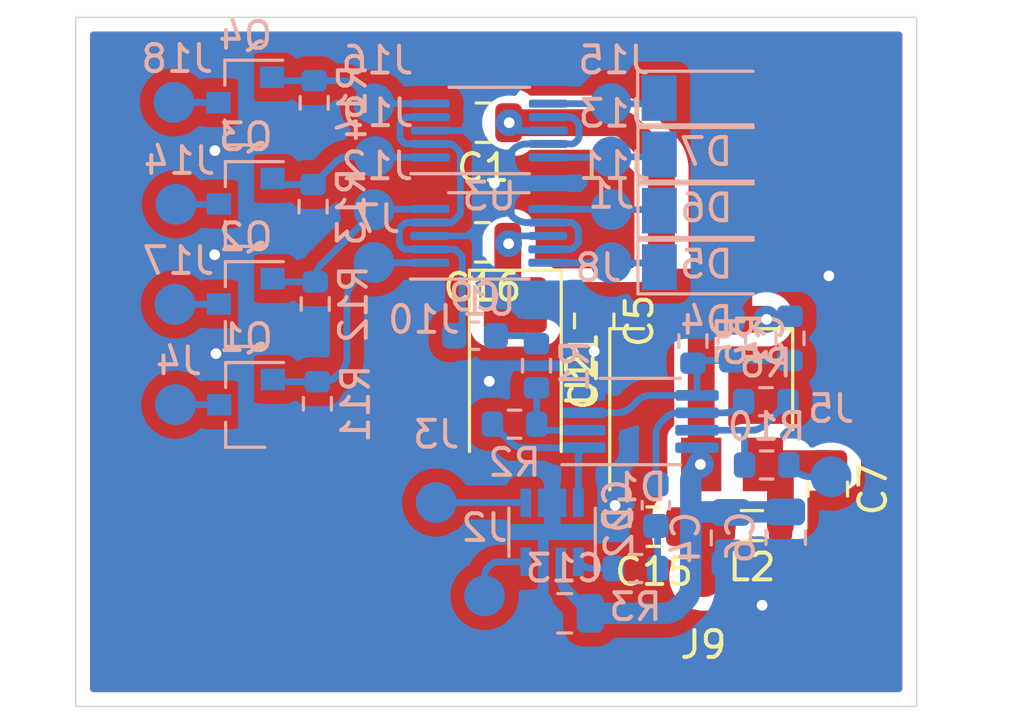
<source format=kicad_pcb>
(kicad_pcb (version 20171130) (host pcbnew 5.1.9+dfsg1-1)
  (layers (0 F.Cu signal) (31 B.Cu signal) (34 B.Paste user hide) (35 F.Paste user hide) (36 B.SilkS user hide) (37 F.SilkS user) (38 B.Mask user) (39 F.Mask user) (44 Edge.Cuts user))
  (net 0 "")
  (net 1 "Net-(C2-Pad2)")
  (net 2 "Net-(C2-Pad1)")
  (net 3 GND)
  (net 4 "Net-(C3-Pad1)")
  (net 5 /+12v)
  (net 6 /+3.3v)
  (net 7 "Net-(D1-Pad2)")
  (net 8 "Net-(D1-Pad1)")
  (net 9 "Net-(D2-Pad1)")
  (net 10 /AnalogOut)
  (net 11 "Net-(C7-Pad1)")
  (net 12 /sda)
  (net 13 /scl)
  (net 14 /Z1)
  (net 15 /Z2)
  (net 16 /Z3)
  (net 17 /Z4)
  (net 18 /Z1sel)
  (net 19 /Z2sel)
  (net 20 /Z3sel)
  (net 21 /Z4sel)
  (net 22 "Net-(C9-Pad2)")
  (net 23 "Net-(C9-Pad1)")
  (net 24 /-Z1)
  (net 25 /-Z3)
  (net 26 /-Z2)
  (net 27 /-Z4)
  (net 28 "Net-(D1-Pad7)")
  (module My-library:SMD-CONN (layer B.Cu) (at 41 40.38)
    (fp_text reference J19 (at 0.125 -1.625) (layer B.SilkS) (effects (justify mirror)))
    (fp_text value Conn)
    (pad 1 smd circle (at 0 0) (size 1.524 1.524) (layers B.Cu B.Paste B.Mask) (net 20 /Z3sel))
  )
  (module Capacitor_Tantalum_SMD:CP_EIA-6032-28_Kemet-C (layer F.Cu) (at 46.25 48.38 270)
    (fp_text reference C11 (at 0 -2.55 90) (layer F.SilkS))
    (fp_text value CP)
    (pad 2 smd roundrect (at 2.4625 0 270) (size 2.075 2.35) (layers F.Cu F.Paste F.Mask) (roundrect_rratio 0.120482) (net 3 GND))
    (pad 1 smd roundrect (at -2.4625 0 270) (size 2.075 2.35) (layers F.Cu F.Paste F.Mask) (roundrect_rratio 0.120482) (net 6 /+3.3v))
  )
  (module Resistor_SMD:R_0603_1608Metric (layer B.Cu) (at 38.75 38.38 90)
    (fp_text reference R14 (at 0 1.43 90) (layer B.SilkS) (effects (justify mirror)))
    (fp_text value 100k)
    (pad 2 smd roundrect (at 0.825 0 90) (size 0.8 0.95) (layers B.Cu B.Paste B.Mask) (net 21 /Z4sel))
    (pad 1 smd roundrect (at -0.825 0 90) (size 0.8 0.95) (layers B.Cu B.Paste B.Mask) (net 3 GND))
  )
  (module Resistor_SMD:R_0603_1608Metric (layer B.Cu) (at 38.71 42.25 90)
    (fp_text reference R13 (at 0 1.43 90) (layer B.SilkS) (effects (justify mirror)))
    (fp_text value 100k)
    (pad 2 smd roundrect (at 0.825 0 90) (size 0.8 0.95) (layers B.Cu B.Paste B.Mask) (net 20 /Z3sel))
    (pad 1 smd roundrect (at -0.825 0 90) (size 0.8 0.95) (layers B.Cu B.Paste B.Mask) (net 3 GND))
  )
  (module Resistor_SMD:R_0603_1608Metric (layer B.Cu) (at 38.79 45.88 90)
    (fp_text reference R12 (at 0 1.43 90) (layer B.SilkS) (effects (justify mirror)))
    (fp_text value 100k)
    (pad 2 smd roundrect (at 0.825 0 90) (size 0.8 0.95) (layers B.Cu B.Paste B.Mask) (net 19 /Z2sel))
    (pad 1 smd roundrect (at -0.825 0 90) (size 0.8 0.95) (layers B.Cu B.Paste B.Mask) (net 3 GND))
  )
  (module Resistor_SMD:R_0603_1608Metric (layer B.Cu) (at 38.87 49.6 90)
    (fp_text reference R11 (at 0 1.43 90) (layer B.SilkS) (effects (justify mirror)))
    (fp_text value 100k)
    (pad 2 smd roundrect (at 0.825 0 90) (size 0.8 0.95) (layers B.Cu B.Paste B.Mask) (net 18 /Z1sel))
    (pad 1 smd roundrect (at -0.825 0 90) (size 0.8 0.95) (layers B.Cu B.Paste B.Mask) (net 3 GND))
  )
  (module Package_TO_SOT_SMD:SOT-23 (layer B.Cu) (at 36.18 38.37 180)
    (fp_text reference Q4 (at 0 2.5) (layer B.SilkS) (effects (justify mirror)))
    (fp_text value Q_NMOS_GSD)
    (pad 3 smd rect (at 1 0 180) (size 0.9 0.8) (layers B.Cu B.Paste B.Mask) (net 27 /-Z4))
    (pad 2 smd rect (at -1 -0.95 180) (size 0.9 0.8) (layers B.Cu B.Paste B.Mask) (net 3 GND))
    (pad 1 smd rect (at -1 0.95 180) (size 0.9 0.8) (layers B.Cu B.Paste B.Mask) (net 21 /Z4sel))
  )
  (module Package_TO_SOT_SMD:SOT-23 (layer B.Cu) (at 36.2 42.15 180)
    (fp_text reference Q3 (at 0 2.5) (layer B.SilkS) (effects (justify mirror)))
    (fp_text value Q_NMOS_GSD)
    (pad 3 smd rect (at 1 0 180) (size 0.9 0.8) (layers B.Cu B.Paste B.Mask) (net 25 /-Z3))
    (pad 2 smd rect (at -1 -0.95 180) (size 0.9 0.8) (layers B.Cu B.Paste B.Mask) (net 3 GND))
    (pad 1 smd rect (at -1 0.95 180) (size 0.9 0.8) (layers B.Cu B.Paste B.Mask) (net 20 /Z3sel))
  )
  (module Package_TO_SOT_SMD:SOT-23 (layer B.Cu) (at 36.2 45.88 180)
    (fp_text reference Q2 (at 0 2.5) (layer B.SilkS) (effects (justify mirror)))
    (fp_text value Q_NMOS_GSD)
    (pad 3 smd rect (at 1 0 180) (size 0.9 0.8) (layers B.Cu B.Paste B.Mask) (net 26 /-Z2))
    (pad 2 smd rect (at -1 -0.95 180) (size 0.9 0.8) (layers B.Cu B.Paste B.Mask) (net 3 GND))
    (pad 1 smd rect (at -1 0.95 180) (size 0.9 0.8) (layers B.Cu B.Paste B.Mask) (net 19 /Z2sel))
  )
  (module Package_TO_SOT_SMD:SOT-23 (layer B.Cu) (at 36.21 49.64 180)
    (fp_text reference Q1 (at 0 2.5) (layer B.SilkS) (effects (justify mirror)))
    (fp_text value Q_NMOS_GSD)
    (pad 3 smd rect (at 1 0 180) (size 0.9 0.8) (layers B.Cu B.Paste B.Mask) (net 24 /-Z1))
    (pad 2 smd rect (at -1 -0.95 180) (size 0.9 0.8) (layers B.Cu B.Paste B.Mask) (net 3 GND))
    (pad 1 smd rect (at -1 0.95 180) (size 0.9 0.8) (layers B.Cu B.Paste B.Mask) (net 18 /Z1sel))
  )
  (module My-library:SMD-CONN (layer B.Cu) (at 33.52 38.36)
    (fp_text reference J18 (at 0.125 -1.625) (layer B.SilkS) (effects (justify mirror)))
    (fp_text value Conn)
    (pad 1 smd circle (at 0 0) (size 1.524 1.524) (layers B.Cu B.Paste B.Mask) (net 27 /-Z4))
  )
  (module My-library:SMD-CONN (layer B.Cu) (at 33.56 45.89)
    (fp_text reference J17 (at 0.125 -1.625) (layer B.SilkS) (effects (justify mirror)))
    (fp_text value Conn)
    (pad 1 smd circle (at 0 0) (size 1.524 1.524) (layers B.Cu B.Paste B.Mask) (net 26 /-Z2))
  )
  (module My-library:SMD-CONN (layer B.Cu) (at 33.58 49.63)
    (fp_text reference J4 (at 0.125 -1.625) (layer B.SilkS) (effects (justify mirror)))
    (fp_text value Conn)
    (pad 1 smd circle (at 0 0) (size 1.524 1.524) (layers B.Cu B.Paste B.Mask) (net 24 /-Z1))
  )
  (module Capacitor_SMD:C_0603_1608Metric (layer B.Cu) (at 44.75 47.06 180)
    (fp_text reference C9 (at 0 1.43) (layer B.SilkS) (effects (justify mirror)))
    (fp_text value 1.5n)
    (pad 2 smd roundrect (at 0.775 0 180) (size 0.9 0.95) (layers B.Cu B.Paste B.Mask) (net 22 "Net-(C9-Pad2)"))
    (pad 1 smd roundrect (at -0.775 0 180) (size 0.9 0.95) (layers B.Cu B.Paste B.Mask) (net 23 "Net-(C9-Pad1)"))
  )
  (module Capacitor_SMD:C_0805_2012Metric (layer F.Cu) (at 51.42 54.18 180)
    (fp_text reference C15 (at 0 -1.68) (layer F.SilkS))
    (fp_text value 10u)
    (pad 2 smd roundrect (at 0.95 0 180) (size 1 1.45) (layers F.Cu F.Paste F.Mask) (net 3 GND))
    (pad 1 smd roundrect (at -0.95 0 180) (size 1 1.45) (layers F.Cu F.Paste F.Mask) (net 5 /+12v))
  )
  (module Inductor_SMD:L_0805_2012Metric (layer F.Cu) (at 55.07 54.14 180)
    (fp_text reference L2 (at 0 -1.55) (layer F.SilkS))
    (fp_text value 47u)
    (pad 2 smd roundrect (at 1.0625 0 180) (size 0.875 1.2) (layers F.Cu F.Paste F.Mask) (net 5 /+12v))
    (pad 1 smd roundrect (at -1.0625 0 180) (size 0.875 1.2) (layers F.Cu F.Paste F.Mask) (net 11 "Net-(C7-Pad1)"))
  )
  (module My-library:SMD-CONN (layer F.Cu) (at 53.26 56.04)
    (fp_text reference J9 (at 0 2.54) (layer F.SilkS))
    (fp_text value Conn)
    (pad 1 smd circle (at 0 0) (size 1.524 1.524) (layers F.Cu F.Paste F.Mask) (net 5 /+12v))
  )
  (module Diode_SMD:D_MiniMELF (layer B.Cu) (at 53.36 38.2)
    (fp_text reference D7 (at 0 2) (layer B.SilkS) (effects (justify mirror)))
    (fp_text value BZ55C2V7)
    (pad 2 smd rect (at 1.75 0) (size 1.3 1.7) (layers B.Cu B.Paste B.Mask) (net 3 GND))
    (pad 1 smd rect (at -1.75 0) (size 1.3 1.7) (layers B.Cu B.Paste B.Mask) (net 17 /Z4))
  )
  (module Diode_SMD:D_MiniMELF (layer B.Cu) (at 53.37 40.3)
    (fp_text reference D6 (at 0 2) (layer B.SilkS) (effects (justify mirror)))
    (fp_text value BZ55C2V7)
    (pad 2 smd rect (at 1.75 0) (size 1.3 1.7) (layers B.Cu B.Paste B.Mask) (net 3 GND))
    (pad 1 smd rect (at -1.75 0) (size 1.3 1.7) (layers B.Cu B.Paste B.Mask) (net 16 /Z3))
  )
  (module Diode_SMD:D_MiniMELF (layer B.Cu) (at 53.37 42.4)
    (fp_text reference D5 (at 0 2) (layer B.SilkS) (effects (justify mirror)))
    (fp_text value BZ55C2V7)
    (pad 2 smd rect (at 1.75 0) (size 1.3 1.7) (layers B.Cu B.Paste B.Mask) (net 3 GND))
    (pad 1 smd rect (at -1.75 0) (size 1.3 1.7) (layers B.Cu B.Paste B.Mask) (net 15 /Z2))
  )
  (module Diode_SMD:D_MiniMELF (layer B.Cu) (at 53.37 44.5)
    (fp_text reference D4 (at 0 2) (layer B.SilkS) (effects (justify mirror)))
    (fp_text value BZ55C2V7)
    (pad 2 smd rect (at 1.75 0) (size 1.3 1.7) (layers B.Cu B.Paste B.Mask) (net 3 GND))
    (pad 1 smd rect (at -1.75 0) (size 1.3 1.7) (layers B.Cu B.Paste B.Mask) (net 14 /Z1))
  )
  (module Capacitor_SMD:C_0805_2012Metric (layer F.Cu) (at 45.05 39.12 180)
    (fp_text reference C1 (at 0 -1.68) (layer F.SilkS))
    (fp_text value .1u)
    (pad 2 smd roundrect (at 0.95 0 180) (size 1 1.45) (layers F.Cu F.Paste F.Mask) (net 3 GND))
    (pad 1 smd roundrect (at -0.95 0 180) (size 1 1.45) (layers F.Cu F.Paste F.Mask) (net 6 /+3.3v))
  )
  (module Package_SO:VSSOP-10_3x3mm_P0.5mm (layer B.Cu) (at 45.28 39.41)
    (fp_text reference U3 (at 0 2.45) (layer B.SilkS) (effects (justify mirror)))
    (fp_text value TS5A23159DGS)
    (pad 10 smd roundrect (at 2.2 1) (size 1.45 0.3) (layers B.Cu B.Paste B.Mask) (net 16 /Z3))
    (pad 9 smd roundrect (at 2.2 0.5) (size 1.45 0.3) (layers B.Cu B.Paste B.Mask) (net 3 GND))
    (pad 8 smd roundrect (at 2.2 0) (size 1.45 0.3) (layers B.Cu B.Paste B.Mask) (net 6 /+3.3v))
    (pad 7 smd roundrect (at 2.2 -0.5) (size 1.45 0.3) (layers B.Cu B.Paste B.Mask) (net 3 GND))
    (pad 6 smd roundrect (at 2.2 -1) (size 1.45 0.3) (layers B.Cu B.Paste B.Mask) (net 17 /Z4))
    (pad 5 smd roundrect (at -2.2 -1) (size 1.45 0.3) (layers B.Cu B.Paste B.Mask) (net 21 /Z4sel))
    (pad 4 smd roundrect (at -2.2 -0.5) (size 1.45 0.3) (layers B.Cu B.Paste B.Mask) (net 22 "Net-(C9-Pad2)"))
    (pad 3 smd roundrect (at -2.2 0) (size 1.45 0.3) (layers B.Cu B.Paste B.Mask) (net 3 GND))
    (pad 2 smd roundrect (at -2.2 0.5) (size 1.45 0.3) (layers B.Cu B.Paste B.Mask) (net 22 "Net-(C9-Pad2)"))
    (pad 1 smd roundrect (at -2.2 1) (size 1.45 0.3) (layers B.Cu B.Paste B.Mask) (net 20 /Z3sel))
  )
  (module Package_SO:VSSOP-10_3x3mm_P0.5mm (layer B.Cu) (at 45.26 43.34)
    (fp_text reference U1 (at 0 2.45) (layer B.SilkS) (effects (justify mirror)))
    (fp_text value TS5A23159DGS)
    (pad 10 smd roundrect (at 2.2 1) (size 1.45 0.3) (layers B.Cu B.Paste B.Mask) (net 14 /Z1))
    (pad 9 smd roundrect (at 2.2 0.5) (size 1.45 0.3) (layers B.Cu B.Paste B.Mask) (net 3 GND))
    (pad 8 smd roundrect (at 2.2 0) (size 1.45 0.3) (layers B.Cu B.Paste B.Mask) (net 6 /+3.3v))
    (pad 7 smd roundrect (at 2.2 -0.5) (size 1.45 0.3) (layers B.Cu B.Paste B.Mask) (net 3 GND))
    (pad 6 smd roundrect (at 2.2 -1) (size 1.45 0.3) (layers B.Cu B.Paste B.Mask) (net 15 /Z2))
    (pad 5 smd roundrect (at -2.2 -1) (size 1.45 0.3) (layers B.Cu B.Paste B.Mask) (net 19 /Z2sel))
    (pad 4 smd roundrect (at -2.2 -0.5) (size 1.45 0.3) (layers B.Cu B.Paste B.Mask) (net 22 "Net-(C9-Pad2)"))
    (pad 3 smd roundrect (at -2.2 0) (size 1.45 0.3) (layers B.Cu B.Paste B.Mask) (net 3 GND))
    (pad 2 smd roundrect (at -2.2 0.5) (size 1.45 0.3) (layers B.Cu B.Paste B.Mask) (net 22 "Net-(C9-Pad2)"))
    (pad 1 smd roundrect (at -2.2 1) (size 1.45 0.3) (layers B.Cu B.Paste B.Mask) (net 18 /Z1sel))
  )
  (module My-library:SMD-CONN (layer B.Cu) (at 40.98 38.42)
    (fp_text reference J16 (at 0.125 -1.625) (layer B.SilkS) (effects (justify mirror)))
    (fp_text value Conn)
    (pad 1 smd circle (at 0 0) (size 1.524 1.524) (layers B.Cu B.Paste B.Mask) (net 21 /Z4sel))
  )
  (module My-library:SMD-CONN (layer B.Cu) (at 49.81 38.41)
    (fp_text reference J15 (at 0.125 -1.625) (layer B.SilkS) (effects (justify mirror)))
    (fp_text value Conn)
    (pad 1 smd circle (at 0 0) (size 1.524 1.524) (layers B.Cu B.Paste B.Mask) (net 17 /Z4))
  )
  (module My-library:SMD-CONN (layer B.Cu) (at 33.6 42.16)
    (fp_text reference J14 (at 0.125 -1.625) (layer B.SilkS) (effects (justify mirror)))
    (fp_text value Conn)
    (pad 1 smd circle (at 0 0) (size 1.524 1.524) (layers B.Cu B.Paste B.Mask) (net 25 /-Z3))
  )
  (module My-library:SMD-CONN (layer B.Cu) (at 49.82 40.4)
    (fp_text reference J13 (at 0.125 -1.625) (layer B.SilkS) (effects (justify mirror)))
    (fp_text value Conn)
    (pad 1 smd circle (at 0 0) (size 1.524 1.524) (layers B.Cu B.Paste B.Mask) (net 16 /Z3))
  )
  (module My-library:SMD-CONN (layer B.Cu) (at 40.98 42.36)
    (fp_text reference J12 (at 0.125 -1.625) (layer B.SilkS) (effects (justify mirror)))
    (fp_text value Conn)
    (pad 1 smd circle (at 0 0) (size 1.524 1.524) (layers B.Cu B.Paste B.Mask) (net 19 /Z2sel))
  )
  (module My-library:SMD-CONN (layer B.Cu) (at 49.83 42.35)
    (fp_text reference J11 (at 0.125 -1.625) (layer B.SilkS) (effects (justify mirror)))
    (fp_text value Conn)
    (pad 1 smd circle (at 0 0) (size 1.524 1.524) (layers B.Cu B.Paste B.Mask) (net 15 /Z2))
  )
  (module My-library:SMD-CONN (layer B.Cu) (at 40.98 44.33)
    (fp_text reference J7 (at 0.125 -1.625) (layer B.SilkS) (effects (justify mirror)))
    (fp_text value Conn)
    (pad 1 smd circle (at 0 0) (size 1.524 1.524) (layers B.Cu B.Paste B.Mask) (net 18 /Z1sel))
  )
  (module Package_TO_SOT_SMD:SOT-23-8 (layer B.Cu) (at 47.62 54.39 90)
    (fp_text reference D2 (at 0 2.5 90) (layer B.SilkS) (effects (justify mirror)))
    (fp_text value AD5245)
    (pad 8 smd rect (at 1.1 0.98 90) (size 1.06 0.4) (layers B.Cu B.Paste B.Mask) (net 8 "Net-(D1-Pad1)"))
    (pad 7 smd rect (at 1.1 0.33 90) (size 1.06 0.4) (layers B.Cu B.Paste B.Mask) (net 3 GND))
    (pad 6 smd rect (at 1.1 -0.33 90) (size 1.06 0.4) (layers B.Cu B.Paste B.Mask) (net 3 GND))
    (pad 5 smd rect (at 1.1 -0.98 90) (size 1.06 0.4) (layers B.Cu B.Paste B.Mask) (net 12 /sda))
    (pad 4 smd rect (at -1.1 -0.98 90) (size 1.06 0.4) (layers B.Cu B.Paste B.Mask) (net 13 /scl))
    (pad 3 smd rect (at -1.1 -0.33 90) (size 1.06 0.4) (layers B.Cu B.Paste B.Mask) (net 3 GND))
    (pad 2 smd rect (at -1.1 0.33 90) (size 1.06 0.4) (layers B.Cu B.Paste B.Mask) (net 6 /+3.3v))
    (pad 1 smd rect (at -1.1 0.98 90) (size 1.06 0.4) (layers B.Cu B.Paste B.Mask) (net 9 "Net-(D2-Pad1)"))
  )
  (module Package_SO:MSOP-8_3x3mm_P0.65mm (layer B.Cu) (at 50.91 50.26)
    (fp_text reference D1 (at 0 2.45) (layer B.SilkS) (effects (justify mirror)))
    (fp_text value MAX4477)
    (pad 8 smd roundrect (at 2.1125 0.975) (size 1.625 0.4) (layers B.Cu B.Paste B.Mask) (net 6 /+3.3v))
    (pad 7 smd roundrect (at 2.1125 0.325) (size 1.625 0.4) (layers B.Cu B.Paste B.Mask) (net 28 "Net-(D1-Pad7)"))
    (pad 6 smd roundrect (at 2.1125 -0.325) (size 1.625 0.4) (layers B.Cu B.Paste B.Mask) (net 2 "Net-(C2-Pad1)"))
    (pad 5 smd roundrect (at 2.1125 -0.975) (size 1.625 0.4) (layers B.Cu B.Paste B.Mask) (net 4 "Net-(C3-Pad1)"))
    (pad 4 smd roundrect (at -2.1125 -0.975) (size 1.625 0.4) (layers B.Cu B.Paste B.Mask) (net 3 GND))
    (pad 3 smd roundrect (at -2.1125 -0.325) (size 1.625 0.4) (layers B.Cu B.Paste B.Mask) (net 4 "Net-(C3-Pad1)"))
    (pad 2 smd roundrect (at -2.1125 0.325) (size 1.625 0.4) (layers B.Cu B.Paste B.Mask) (net 7 "Net-(D1-Pad2)"))
    (pad 1 smd roundrect (at -2.1125 0.975) (size 1.625 0.4) (layers B.Cu B.Paste B.Mask) (net 8 "Net-(D1-Pad1)"))
  )
  (module My-library:SMD-CONN (layer B.Cu) (at 42.84 49)
    (fp_text reference J10 (at 0 -2.54) (layer B.SilkS) (effects (justify mirror)))
    (fp_text value Conn)
    (pad 1 smd circle (at 0 0) (size 1.524 1.524) (layers B.Cu B.Paste B.Mask) (net 3 GND))
  )
  (module Package_TO_SOT_SMD:SOT-223-3_TabPin2 (layer F.Cu) (at 53.18 48.71 90)
    (fp_text reference U2 (at 0 -4.5 270) (layer F.SilkS))
    (fp_text value NCP1117-3.3)
    (pad 1 smd rect (at -3.15 -2.3 90) (size 2 1.5) (layers F.Cu F.Paste F.Mask) (net 3 GND))
    (pad 3 smd rect (at -3.15 2.3 90) (size 2 1.5) (layers F.Cu F.Paste F.Mask) (net 11 "Net-(C7-Pad1)"))
    (pad 2 smd rect (at -3.15 0 90) (size 2 1.5) (layers F.Cu F.Paste F.Mask) (net 6 /+3.3v))
    (pad 2 smd rect (at 3.15 0 90) (size 2 3.8) (layers F.Cu F.Paste F.Mask) (net 6 /+3.3v))
  )
  (module Capacitor_SMD:C_0805_2012Metric (layer F.Cu) (at 45.02 43.58 180)
    (fp_text reference C16 (at 0 -1.68) (layer F.SilkS))
    (fp_text value 22u)
    (pad 2 smd roundrect (at 0.95 0 180) (size 1 1.45) (layers F.Cu F.Paste F.Mask) (net 3 GND))
    (pad 1 smd roundrect (at -0.95 0 180) (size 1 1.45) (layers F.Cu F.Paste F.Mask) (net 6 /+3.3v))
  )
  (module Capacitor_SMD:C_0805_2012Metric (layer B.Cu) (at 54.29 54.6 270)
    (fp_text reference C4 (at 0 1.68 90) (layer B.SilkS) (effects (justify mirror)))
    (fp_text value .1u)
    (pad 2 smd roundrect (at 0.95 0 270) (size 1 1.45) (layers B.Cu B.Paste B.Mask) (net 3 GND))
    (pad 1 smd roundrect (at -0.95 0 270) (size 1 1.45) (layers B.Cu B.Paste B.Mask) (net 6 /+3.3v))
  )
  (module Capacitor_SMD:C_0805_2012Metric (layer F.Cu) (at 57.9 52.78 270)
    (fp_text reference C7 (at 0 -1.68 90) (layer F.SilkS))
    (fp_text value 10u)
    (pad 2 smd roundrect (at 0.95 0 270) (size 1 1.45) (layers F.Cu F.Paste F.Mask) (net 3 GND))
    (pad 1 smd roundrect (at -0.95 0 270) (size 1 1.45) (layers F.Cu F.Paste F.Mask) (net 11 "Net-(C7-Pad1)"))
  )
  (module Capacitor_SMD:C_0603_1608Metric (layer B.Cu) (at 54.32 47.21 90)
    (fp_text reference C3 (at 0 1.43 90) (layer B.SilkS) (effects (justify mirror)))
    (fp_text value 1u)
    (pad 2 smd roundrect (at 0.775 0 90) (size 0.9 0.95) (layers B.Cu B.Paste B.Mask) (net 3 GND))
    (pad 1 smd roundrect (at -0.775 0 90) (size 0.9 0.95) (layers B.Cu B.Paste B.Mask) (net 4 "Net-(C3-Pad1)"))
  )
  (module Capacitor_SMD:C_0603_1608Metric (layer B.Cu) (at 51.49 53.38 270)
    (fp_text reference C2 (at 0 1.43 90) (layer B.SilkS) (effects (justify mirror)))
    (fp_text value 100n)
    (pad 2 smd roundrect (at 0.775 0 270) (size 0.9 0.95) (layers B.Cu B.Paste B.Mask) (net 1 "Net-(C2-Pad2)"))
    (pad 1 smd roundrect (at -0.775 0 270) (size 0.9 0.95) (layers B.Cu B.Paste B.Mask) (net 2 "Net-(C2-Pad1)"))
  )
  (module Resistor_SMD:R_0603_1608Metric (layer B.Cu) (at 55.62 51.88 180)
    (fp_text reference R10 (at 0 1.43) (layer B.SilkS) (effects (justify mirror)))
    (fp_text value 50)
    (pad 2 smd roundrect (at 0.825 0 180) (size 0.8 0.95) (layers B.Cu B.Paste B.Mask) (net 28 "Net-(D1-Pad7)"))
    (pad 1 smd roundrect (at -0.825 0 180) (size 0.8 0.95) (layers B.Cu B.Paste B.Mask) (net 10 /AnalogOut))
  )
  (module Resistor_SMD:R_0603_1608Metric (layer B.Cu) (at 55.59 49.52 180)
    (fp_text reference R6 (at 0 1.43) (layer B.SilkS) (effects (justify mirror)))
    (fp_text value 100k)
    (pad 2 smd roundrect (at 0.825 0 180) (size 0.8 0.95) (layers B.Cu B.Paste B.Mask) (net 2 "Net-(C2-Pad1)"))
    (pad 1 smd roundrect (at -0.825 0 180) (size 0.8 0.95) (layers B.Cu B.Paste B.Mask) (net 28 "Net-(D1-Pad7)"))
  )
  (module Resistor_SMD:R_0603_1608Metric (layer B.Cu) (at 52.87 47.26 90)
    (fp_text reference R5 (at 0 1.43 90) (layer B.SilkS) (effects (justify mirror)))
    (fp_text value 100k)
    (pad 2 smd roundrect (at 0.825 0 90) (size 0.8 0.95) (layers B.Cu B.Paste B.Mask) (net 3 GND))
    (pad 1 smd roundrect (at -0.825 0 90) (size 0.8 0.95) (layers B.Cu B.Paste B.Mask) (net 4 "Net-(C3-Pad1)"))
  )
  (module Resistor_SMD:R_0603_1608Metric (layer B.Cu) (at 56.49 47.16 270)
    (fp_text reference R4 (at 0 1.43 90) (layer B.SilkS) (effects (justify mirror)))
    (fp_text value 100k)
    (pad 2 smd roundrect (at 0.825 0 270) (size 0.8 0.95) (layers B.Cu B.Paste B.Mask) (net 4 "Net-(C3-Pad1)"))
    (pad 1 smd roundrect (at -0.825 0 270) (size 0.8 0.95) (layers B.Cu B.Paste B.Mask) (net 6 /+3.3v))
  )
  (module Resistor_SMD:R_0603_1608Metric (layer B.Cu) (at 50.73 55.74)
    (fp_text reference R3 (at 0 1.43) (layer B.SilkS) (effects (justify mirror)))
    (fp_text value 10k)
    (pad 2 smd roundrect (at 0.825 0) (size 0.8 0.95) (layers B.Cu B.Paste B.Mask) (net 1 "Net-(C2-Pad2)"))
    (pad 1 smd roundrect (at -0.825 0) (size 0.8 0.95) (layers B.Cu B.Paste B.Mask) (net 9 "Net-(D2-Pad1)"))
  )
  (module Resistor_SMD:R_0603_1608Metric (layer B.Cu) (at 46.22 50.36)
    (fp_text reference R2 (at 0 1.43) (layer B.SilkS) (effects (justify mirror)))
    (fp_text value 3M)
    (pad 2 smd roundrect (at 0.825 0) (size 0.8 0.95) (layers B.Cu B.Paste B.Mask) (net 7 "Net-(D1-Pad2)"))
    (pad 1 smd roundrect (at -0.825 0) (size 0.8 0.95) (layers B.Cu B.Paste B.Mask) (net 8 "Net-(D1-Pad1)"))
  )
  (module Resistor_SMD:R_0603_1608Metric (layer B.Cu) (at 47.04 48.18 90)
    (fp_text reference R1 (at 0 1.43 90) (layer B.SilkS) (effects (justify mirror)))
    (fp_text value 10k)
    (pad 2 smd roundrect (at 0.825 0 90) (size 0.8 0.95) (layers B.Cu B.Paste B.Mask) (net 23 "Net-(C9-Pad1)"))
    (pad 1 smd roundrect (at -0.825 0 90) (size 0.8 0.95) (layers B.Cu B.Paste B.Mask) (net 7 "Net-(D1-Pad2)"))
  )
  (module Capacitor_SMD:C_0805_2012Metric (layer B.Cu) (at 48.09 57.41 180)
    (fp_text reference C13 (at 0 1.68) (layer B.SilkS) (effects (justify mirror)))
    (fp_text value .1u)
    (pad 2 smd roundrect (at 0.95 0 180) (size 1 1.45) (layers B.Cu B.Paste B.Mask) (net 3 GND))
    (pad 1 smd roundrect (at -0.95 0 180) (size 1 1.45) (layers B.Cu B.Paste B.Mask) (net 6 /+3.3v))
  )
  (module Capacitor_SMD:C_0805_2012Metric (layer B.Cu) (at 56.33 54.58 270)
    (fp_text reference C6 (at 0 1.68 90) (layer B.SilkS) (effects (justify mirror)))
    (fp_text value .1u)
    (pad 2 smd roundrect (at 0.95 0 270) (size 1 1.45) (layers B.Cu B.Paste B.Mask) (net 3 GND))
    (pad 1 smd roundrect (at -0.95 0 270) (size 1 1.45) (layers B.Cu B.Paste B.Mask) (net 6 /+3.3v))
  )
  (module Capacitor_SMD:C_0805_2012Metric (layer F.Cu) (at 49.19 46.51 270)
    (fp_text reference C5 (at 0 -1.68 270) (layer F.SilkS))
    (fp_text value .1u)
    (pad 2 smd roundrect (at 0.95 0 270) (size 1 1.45) (layers F.Cu F.Paste F.Mask) (net 3 GND))
    (pad 1 smd roundrect (at -0.95 0 270) (size 1 1.45) (layers F.Cu F.Paste F.Mask) (net 6 /+3.3v))
  )
  (module My-library:SMD-CONN (layer B.Cu) (at 49.35 47.07)
    (fp_text reference J8 (at 0 -2.54) (layer B.SilkS) (effects (justify mirror)))
    (fp_text value Conn)
    (pad 1 smd circle (at 0 0) (size 1.524 1.524) (layers B.Cu B.Paste B.Mask) (net 3 GND))
  )
  (module My-library:SMD-CONN (layer B.Cu) (at 58.02 52.32)
    (fp_text reference J5 (at 0 -2.54) (layer B.SilkS) (effects (justify mirror)))
    (fp_text value Conn)
    (pad 1 smd circle (at 0 0) (size 1.524 1.524) (layers B.Cu B.Paste B.Mask) (net 10 /AnalogOut))
  )
  (module My-library:SMD-CONN (layer B.Cu) (at 43.3 53.28)
    (fp_text reference J3 (at 0 -2.54) (layer B.SilkS) (effects (justify mirror)))
    (fp_text value Conn)
    (pad 1 smd circle (at 0 0) (size 1.524 1.524) (layers B.Cu B.Paste B.Mask) (net 12 /sda))
  )
  (module My-library:SMD-CONN (layer B.Cu) (at 45.1 56.76)
    (fp_text reference J2 (at 0 -2.54) (layer B.SilkS) (effects (justify mirror)))
    (fp_text value Conn)
    (pad 1 smd circle (at 0 0) (size 1.524 1.524) (layers B.Cu B.Paste B.Mask) (net 13 /scl))
  )
  (module My-library:SMD-CONN (layer B.Cu) (at 49.83 44.34)
    (fp_text reference J1 (at 0 -2.54) (layer B.SilkS) (effects (justify mirror)))
    (fp_text value Conn)
    (pad 1 smd circle (at 0 0) (size 1.524 1.524) (layers B.Cu B.Paste B.Mask) (net 14 /Z1))
  )
  (gr_line (start 29.86 60.88) (end 29.86 35.19) (layer Edge.Cuts) (width 0.05))
  (gr_line (start 61.21 60.88) (end 29.86 60.88) (layer Edge.Cuts) (width 0.05))
  (gr_line (start 61.21 35.19) (end 61.21 60.88) (layer Edge.Cuts) (width 0.05))
  (gr_line (start 29.86 35.19) (end 61.21 35.19) (layer Edge.Cuts) (width 0.05))
  (segment (start 51.555 54.22) (end 51.49 54.155) (width 0.25) (layer B.Cu) (net 1))
  (segment (start 51.555 55.74) (end 51.555 54.22) (width 0.25) (layer B.Cu) (net 1))
  (segment (start 52.335 49.935) (end 53.0225 49.935) (width 0.25) (layer B.Cu) (net 2))
  (segment (start 52.335 49.935) (end 52.299461 49.935871) (width 0.25) (layer B.Cu) (net 2))
  (segment (start 52.299461 49.935871) (end 52.264009 49.938487) (width 0.25) (layer B.Cu) (net 2))
  (segment (start 52.264009 49.938487) (end 52.228728 49.942838) (width 0.25) (layer B.Cu) (net 2))
  (segment (start 52.228728 49.942838) (end 52.193702 49.948916) (width 0.25) (layer B.Cu) (net 2))
  (segment (start 52.193702 49.948916) (end 52.159017 49.956704) (width 0.25) (layer B.Cu) (net 2))
  (segment (start 52.159017 49.956704) (end 52.124756 49.966186) (width 0.25) (layer B.Cu) (net 2))
  (segment (start 52.124756 49.966186) (end 52.091002 49.977337) (width 0.25) (layer B.Cu) (net 2))
  (segment (start 52.091002 49.977337) (end 52.057835 49.99013) (width 0.25) (layer B.Cu) (net 2))
  (segment (start 52.057835 49.99013) (end 52.025336 50.004536) (width 0.25) (layer B.Cu) (net 2))
  (segment (start 52.025336 50.004536) (end 51.993583 50.020519) (width 0.25) (layer B.Cu) (net 2))
  (segment (start 51.993583 50.020519) (end 51.962652 50.038041) (width 0.25) (layer B.Cu) (net 2))
  (segment (start 51.962652 50.038041) (end 51.932619 50.05706) (width 0.25) (layer B.Cu) (net 2))
  (segment (start 51.932619 50.05706) (end 51.903555 50.077529) (width 0.25) (layer B.Cu) (net 2))
  (segment (start 51.903555 50.077529) (end 51.87553 50.099399) (width 0.25) (layer B.Cu) (net 2))
  (segment (start 51.87553 50.099399) (end 51.848612 50.122619) (width 0.25) (layer B.Cu) (net 2))
  (segment (start 51.848612 50.122619) (end 51.822867 50.147132) (width 0.25) (layer B.Cu) (net 2))
  (segment (start 51.49 50.78) (end 51.49 52.605) (width 0.25) (layer B.Cu) (net 2))
  (segment (start 51.49 50.78) (end 51.490871 50.744461) (width 0.25) (layer B.Cu) (net 2))
  (segment (start 51.490871 50.744461) (end 51.493486 50.709009) (width 0.25) (layer B.Cu) (net 2))
  (segment (start 51.493486 50.709009) (end 51.497838 50.673728) (width 0.25) (layer B.Cu) (net 2))
  (segment (start 51.497838 50.673728) (end 51.503915 50.638702) (width 0.25) (layer B.Cu) (net 2))
  (segment (start 51.503915 50.638702) (end 51.511704 50.604017) (width 0.25) (layer B.Cu) (net 2))
  (segment (start 51.511704 50.604017) (end 51.521185 50.569756) (width 0.25) (layer B.Cu) (net 2))
  (segment (start 51.521185 50.569756) (end 51.532336 50.536002) (width 0.25) (layer B.Cu) (net 2))
  (segment (start 51.532336 50.536002) (end 51.54513 50.502835) (width 0.25) (layer B.Cu) (net 2))
  (segment (start 51.54513 50.502835) (end 51.559536 50.470336) (width 0.25) (layer B.Cu) (net 2))
  (segment (start 51.559536 50.470336) (end 51.575519 50.438583) (width 0.25) (layer B.Cu) (net 2))
  (segment (start 51.575519 50.438583) (end 51.59304 50.407653) (width 0.25) (layer B.Cu) (net 2))
  (segment (start 51.59304 50.407653) (end 51.612059 50.377619) (width 0.25) (layer B.Cu) (net 2))
  (segment (start 51.612059 50.377619) (end 51.632528 50.348555) (width 0.25) (layer B.Cu) (net 2))
  (segment (start 51.632528 50.348555) (end 51.654399 50.32053) (width 0.25) (layer B.Cu) (net 2))
  (segment (start 51.654399 50.32053) (end 51.677618 50.293612) (width 0.25) (layer B.Cu) (net 2))
  (segment (start 51.677618 50.293612) (end 51.702131 50.267867) (width 0.25) (layer B.Cu) (net 2))
  (segment (start 51.702131 50.267867) (end 51.822867 50.147132) (width 0.25) (layer B.Cu) (net 2))
  (segment (start 54.562132 49.722867) (end 54.765 49.52) (width 0.25) (layer B.Cu) (net 2))
  (segment (start 54.562132 49.722867) (end 54.536385 49.747379) (width 0.25) (layer B.Cu) (net 2))
  (segment (start 54.536385 49.747379) (end 54.509468 49.770598) (width 0.25) (layer B.Cu) (net 2))
  (segment (start 54.509468 49.770598) (end 54.481443 49.792469) (width 0.25) (layer B.Cu) (net 2))
  (segment (start 54.481443 49.792469) (end 54.452379 49.812938) (width 0.25) (layer B.Cu) (net 2))
  (segment (start 54.452379 49.812938) (end 54.422346 49.831957) (width 0.25) (layer B.Cu) (net 2))
  (segment (start 54.422346 49.831957) (end 54.391415 49.849478) (width 0.25) (layer B.Cu) (net 2))
  (segment (start 54.391415 49.849478) (end 54.359662 49.865462) (width 0.25) (layer B.Cu) (net 2))
  (segment (start 54.359662 49.865462) (end 54.327163 49.879867) (width 0.25) (layer B.Cu) (net 2))
  (segment (start 54.327163 49.879867) (end 54.293997 49.892661) (width 0.25) (layer B.Cu) (net 2))
  (segment (start 54.293997 49.892661) (end 54.260242 49.903812) (width 0.25) (layer B.Cu) (net 2))
  (segment (start 54.260242 49.903812) (end 54.225981 49.913293) (width 0.25) (layer B.Cu) (net 2))
  (segment (start 54.225981 49.913293) (end 54.191296 49.921082) (width 0.25) (layer B.Cu) (net 2))
  (segment (start 54.191296 49.921082) (end 54.156271 49.92716) (width 0.25) (layer B.Cu) (net 2))
  (segment (start 54.156271 49.92716) (end 54.12099 49.931511) (width 0.25) (layer B.Cu) (net 2))
  (segment (start 54.12099 49.931511) (end 54.085537 49.934126) (width 0.25) (layer B.Cu) (net 2))
  (segment (start 54.085537 49.934126) (end 54.05 49.935) (width 0.25) (layer B.Cu) (net 2))
  (segment (start 54.05 49.935) (end 53.0225 49.935) (width 0.25) (layer B.Cu) (net 2))
  (via (at 57.94 44.83) (size 0.8) (drill 0.4) (layers F.Cu B.Cu) (net 3))
  (via (at 45.28 48.76) (size 0.8) (drill 0.4) (layers F.Cu B.Cu) (net 3))
  (segment (start 47.29 57.26) (end 47.14 57.41) (width 0.25) (layer B.Cu) (net 3))
  (segment (start 47.29 55.49) (end 47.29 57.26) (width 0.4) (layer B.Cu) (net 3))
  (segment (start 54.29 55.55) (end 58.34 55.55) (width 0.25) (layer B.Cu) (net 3))
  (segment (start 47.29 55.49) (end 47.29 54.38) (width 0.4) (layer B.Cu) (net 3))
  (segment (start 47.95 54.37) (end 47.96 54.38) (width 0.25) (layer B.Cu) (net 3))
  (segment (start 47.96 54.38) (end 49.04 54.38) (width 0.6) (layer B.Cu) (net 3))
  (segment (start 45.12 54.38) (end 47.29 54.38) (width 0.6) (layer B.Cu) (net 3))
  (segment (start 45.12 54.38) (end 45.00154 54.382907) (width 0.6) (layer B.Cu) (net 3))
  (segment (start 45.00154 54.382907) (end 44.883365 54.391624) (width 0.6) (layer B.Cu) (net 3))
  (segment (start 44.883365 54.391624) (end 44.765761 54.406129) (width 0.6) (layer B.Cu) (net 3))
  (segment (start 44.765761 54.406129) (end 44.64901 54.426387) (width 0.6) (layer B.Cu) (net 3))
  (segment (start 44.64901 54.426387) (end 44.533393 54.45235) (width 0.6) (layer B.Cu) (net 3))
  (segment (start 44.533393 54.45235) (end 44.41919 54.483954) (width 0.6) (layer B.Cu) (net 3))
  (segment (start 44.41919 54.483954) (end 44.306675 54.521124) (width 0.6) (layer B.Cu) (net 3))
  (segment (start 44.306675 54.521124) (end 44.19612 54.56377) (width 0.6) (layer B.Cu) (net 3))
  (segment (start 44.19612 54.56377) (end 44.08779 54.611789) (width 0.6) (layer B.Cu) (net 3))
  (segment (start 44.08779 54.611789) (end 43.981947 54.665066) (width 0.6) (layer B.Cu) (net 3))
  (segment (start 43.981947 54.665066) (end 43.878846 54.723472) (width 0.6) (layer B.Cu) (net 3))
  (segment (start 43.878846 54.723472) (end 43.778734 54.786867) (width 0.6) (layer B.Cu) (net 3))
  (segment (start 43.778734 54.786867) (end 43.681854 54.855098) (width 0.6) (layer B.Cu) (net 3))
  (segment (start 43.681854 54.855098) (end 43.588438 54.928) (width 0.6) (layer B.Cu) (net 3))
  (segment (start 43.588438 54.928) (end 43.498713 55.005398) (width 0.6) (layer B.Cu) (net 3))
  (segment (start 43.498713 55.005398) (end 43.412893 55.087106) (width 0.6) (layer B.Cu) (net 3))
  (segment (start 43.412893 55.087106) (end 42.44 56.06) (width 0.6) (layer B.Cu) (net 3))
  (segment (start 44.17 50.9) (end 44.17 48.18) (width 0.4) (layer B.Cu) (net 3))
  (via (at 49.97 53.39) (size 0.8) (drill 0.4) (layers F.Cu B.Cu) (net 3))
  (segment (start 48.7975 48.2175) (end 48.76 48.18) (width 0.25) (layer B.Cu) (net 3))
  (segment (start 48.7975 49.285) (end 48.7975 48.2175) (width 0.25) (layer B.Cu) (net 3))
  (segment (start 44.17 48.18) (end 48.76 48.18) (width 0.4) (layer B.Cu) (net 3))
  (segment (start 49.04 54.38) (end 49.72 54.38) (width 0.6) (layer B.Cu) (net 3))
  (segment (start 49.97 54.13) (end 49.97 53.39) (width 0.6) (layer B.Cu) (net 3))
  (segment (start 49.72 54.38) (end 49.97 54.13) (width 0.6) (layer B.Cu) (net 3))
  (via (at 55.45 57.11) (size 0.8) (drill 0.4) (layers F.Cu B.Cu) (net 3))
  (segment (start 55.11 40.29) (end 55.12 40.3) (width 0.25) (layer B.Cu) (net 3))
  (segment (start 55.11 38.2) (end 55.11 40.29) (width 0.25) (layer B.Cu) (net 3))
  (segment (start 55.12 40.3) (end 55.12 42.4) (width 0.25) (layer B.Cu) (net 3))
  (segment (start 55.12 42.4) (end 55.12 44.5) (width 0.25) (layer B.Cu) (net 3))
  (segment (start 43.08 39.41) (end 44.46 39.41) (width 0.25) (layer B.Cu) (net 3))
  (segment (start 44.46 39.41) (end 44.83 39.78) (width 0.4) (layer B.Cu) (net 3))
  (segment (start 44.83 39.78) (end 44.83 42.92) (width 0.4) (layer B.Cu) (net 3))
  (segment (start 46.01 40.28) (end 46.01 42.48) (width 0.25) (layer B.Cu) (net 3))
  (via (at 45.47 41.37) (size 1) (drill 0.4) (layers F.Cu B.Cu) (net 3))
  (via (at 49.19 47.64) (size 1) (drill 0.4) (layers F.Cu B.Cu) (net 3))
  (segment (start 48.28 38.91) (end 47.48 38.91) (width 0.25) (layer B.Cu) (net 3))
  (segment (start 48.28 38.91) (end 48.291845 38.91029) (width 0.25) (layer B.Cu) (net 3))
  (segment (start 48.291845 38.91029) (end 48.303663 38.911162) (width 0.25) (layer B.Cu) (net 3))
  (segment (start 48.303663 38.911162) (end 48.315423 38.912613) (width 0.25) (layer B.Cu) (net 3))
  (segment (start 48.315423 38.912613) (end 48.327098 38.914638) (width 0.25) (layer B.Cu) (net 3))
  (segment (start 48.327098 38.914638) (end 48.33866 38.917235) (width 0.25) (layer B.Cu) (net 3))
  (segment (start 48.33866 38.917235) (end 48.35008 38.920395) (width 0.25) (layer B.Cu) (net 3))
  (segment (start 48.35008 38.920395) (end 48.361331 38.924112) (width 0.25) (layer B.Cu) (net 3))
  (segment (start 48.361331 38.924112) (end 48.372387 38.928377) (width 0.25) (layer B.Cu) (net 3))
  (segment (start 48.372387 38.928377) (end 48.38322 38.933178) (width 0.25) (layer B.Cu) (net 3))
  (segment (start 48.38322 38.933178) (end 48.393804 38.938506) (width 0.25) (layer B.Cu) (net 3))
  (segment (start 48.393804 38.938506) (end 48.404114 38.944347) (width 0.25) (layer B.Cu) (net 3))
  (segment (start 48.404114 38.944347) (end 48.414125 38.950686) (width 0.25) (layer B.Cu) (net 3))
  (segment (start 48.414125 38.950686) (end 48.423813 38.957509) (width 0.25) (layer B.Cu) (net 3))
  (segment (start 48.423813 38.957509) (end 48.433155 38.964799) (width 0.25) (layer B.Cu) (net 3))
  (segment (start 48.433155 38.964799) (end 48.442127 38.972539) (width 0.25) (layer B.Cu) (net 3))
  (segment (start 48.442127 38.972539) (end 48.45071 38.98071) (width 0.25) (layer B.Cu) (net 3))
  (segment (start 48.62 39.25) (end 48.619709 39.238153) (width 0.25) (layer B.Cu) (net 3))
  (segment (start 48.619709 39.238153) (end 48.618837 39.226336) (width 0.25) (layer B.Cu) (net 3))
  (segment (start 48.618837 39.226336) (end 48.617386 39.214576) (width 0.25) (layer B.Cu) (net 3))
  (segment (start 48.617386 39.214576) (end 48.615361 39.2029) (width 0.25) (layer B.Cu) (net 3))
  (segment (start 48.615361 39.2029) (end 48.612764 39.191339) (width 0.25) (layer B.Cu) (net 3))
  (segment (start 48.612764 39.191339) (end 48.609604 39.179918) (width 0.25) (layer B.Cu) (net 3))
  (segment (start 48.609604 39.179918) (end 48.605887 39.168667) (width 0.25) (layer B.Cu) (net 3))
  (segment (start 48.605887 39.168667) (end 48.601622 39.157611) (width 0.25) (layer B.Cu) (net 3))
  (segment (start 48.601622 39.157611) (end 48.59682 39.146778) (width 0.25) (layer B.Cu) (net 3))
  (segment (start 48.59682 39.146778) (end 48.591493 39.136194) (width 0.25) (layer B.Cu) (net 3))
  (segment (start 48.591493 39.136194) (end 48.585652 39.125884) (width 0.25) (layer B.Cu) (net 3))
  (segment (start 48.585652 39.125884) (end 48.579313 39.115873) (width 0.25) (layer B.Cu) (net 3))
  (segment (start 48.579313 39.115873) (end 48.572489 39.106185) (width 0.25) (layer B.Cu) (net 3))
  (segment (start 48.572489 39.106185) (end 48.565199 39.096843) (width 0.25) (layer B.Cu) (net 3))
  (segment (start 48.565199 39.096843) (end 48.557459 39.08787) (width 0.25) (layer B.Cu) (net 3))
  (segment (start 48.557459 39.08787) (end 48.549289 39.079289) (width 0.25) (layer B.Cu) (net 3))
  (segment (start 48.549289 39.079289) (end 48.45071 38.98071) (width 0.25) (layer B.Cu) (net 3))
  (segment (start 48.549289 39.79071) (end 48.557459 39.782127) (width 0.25) (layer B.Cu) (net 3))
  (segment (start 48.557459 39.782127) (end 48.565199 39.773155) (width 0.25) (layer B.Cu) (net 3))
  (segment (start 48.565199 39.773155) (end 48.572489 39.763813) (width 0.25) (layer B.Cu) (net 3))
  (segment (start 48.572489 39.763813) (end 48.579312 39.754125) (width 0.25) (layer B.Cu) (net 3))
  (segment (start 48.579312 39.754125) (end 48.585652 39.744114) (width 0.25) (layer B.Cu) (net 3))
  (segment (start 48.585652 39.744114) (end 48.591492 39.733804) (width 0.25) (layer B.Cu) (net 3))
  (segment (start 48.591492 39.733804) (end 48.59682 39.72322) (width 0.25) (layer B.Cu) (net 3))
  (segment (start 48.59682 39.72322) (end 48.601622 39.712387) (width 0.25) (layer B.Cu) (net 3))
  (segment (start 48.601622 39.712387) (end 48.605887 39.701332) (width 0.25) (layer B.Cu) (net 3))
  (segment (start 48.605887 39.701332) (end 48.609604 39.69008) (width 0.25) (layer B.Cu) (net 3))
  (segment (start 48.609604 39.69008) (end 48.612764 39.67866) (width 0.25) (layer B.Cu) (net 3))
  (segment (start 48.612764 39.67866) (end 48.61536 39.667098) (width 0.25) (layer B.Cu) (net 3))
  (segment (start 48.61536 39.667098) (end 48.617386 39.655423) (width 0.25) (layer B.Cu) (net 3))
  (segment (start 48.617386 39.655423) (end 48.618837 39.643663) (width 0.25) (layer B.Cu) (net 3))
  (segment (start 48.618837 39.643663) (end 48.619708 39.631845) (width 0.25) (layer B.Cu) (net 3))
  (segment (start 48.619708 39.631845) (end 48.62 39.62) (width 0.25) (layer B.Cu) (net 3))
  (segment (start 48.62 39.62) (end 48.62 39.25) (width 0.25) (layer B.Cu) (net 3))
  (segment (start 48.33 39.91) (end 47.48 39.91) (width 0.25) (layer B.Cu) (net 3))
  (segment (start 48.33 39.91) (end 48.341845 39.909708) (width 0.25) (layer B.Cu) (net 3))
  (segment (start 48.341845 39.909708) (end 48.353663 39.908837) (width 0.25) (layer B.Cu) (net 3))
  (segment (start 48.353663 39.908837) (end 48.365423 39.907386) (width 0.25) (layer B.Cu) (net 3))
  (segment (start 48.365423 39.907386) (end 48.377098 39.90536) (width 0.25) (layer B.Cu) (net 3))
  (segment (start 48.377098 39.90536) (end 48.38866 39.902764) (width 0.25) (layer B.Cu) (net 3))
  (segment (start 48.38866 39.902764) (end 48.40008 39.899604) (width 0.25) (layer B.Cu) (net 3))
  (segment (start 48.40008 39.899604) (end 48.411332 39.895887) (width 0.25) (layer B.Cu) (net 3))
  (segment (start 48.411332 39.895887) (end 48.422387 39.891622) (width 0.25) (layer B.Cu) (net 3))
  (segment (start 48.422387 39.891622) (end 48.43322 39.88682) (width 0.25) (layer B.Cu) (net 3))
  (segment (start 48.43322 39.88682) (end 48.443804 39.881492) (width 0.25) (layer B.Cu) (net 3))
  (segment (start 48.443804 39.881492) (end 48.454114 39.875652) (width 0.25) (layer B.Cu) (net 3))
  (segment (start 48.454114 39.875652) (end 48.464125 39.869312) (width 0.25) (layer B.Cu) (net 3))
  (segment (start 48.464125 39.869312) (end 48.473813 39.862489) (width 0.25) (layer B.Cu) (net 3))
  (segment (start 48.473813 39.862489) (end 48.483155 39.855199) (width 0.25) (layer B.Cu) (net 3))
  (segment (start 48.483155 39.855199) (end 48.492127 39.847459) (width 0.25) (layer B.Cu) (net 3))
  (segment (start 48.492127 39.847459) (end 48.50071 39.839289) (width 0.25) (layer B.Cu) (net 3))
  (segment (start 48.50071 39.839289) (end 48.549289 39.79071) (width 0.25) (layer B.Cu) (net 3))
  (segment (start 48.28 42.84) (end 47.46 42.84) (width 0.25) (layer B.Cu) (net 3))
  (segment (start 48.28 42.84) (end 48.291845 42.84029) (width 0.25) (layer B.Cu) (net 3))
  (segment (start 48.291845 42.84029) (end 48.303663 42.841162) (width 0.25) (layer B.Cu) (net 3))
  (segment (start 48.303663 42.841162) (end 48.315423 42.842613) (width 0.25) (layer B.Cu) (net 3))
  (segment (start 48.315423 42.842613) (end 48.327098 42.844638) (width 0.25) (layer B.Cu) (net 3))
  (segment (start 48.327098 42.844638) (end 48.33866 42.847235) (width 0.25) (layer B.Cu) (net 3))
  (segment (start 48.33866 42.847235) (end 48.35008 42.850395) (width 0.25) (layer B.Cu) (net 3))
  (segment (start 48.35008 42.850395) (end 48.361331 42.854112) (width 0.25) (layer B.Cu) (net 3))
  (segment (start 48.361331 42.854112) (end 48.372387 42.858377) (width 0.25) (layer B.Cu) (net 3))
  (segment (start 48.372387 42.858377) (end 48.38322 42.863178) (width 0.25) (layer B.Cu) (net 3))
  (segment (start 48.38322 42.863178) (end 48.393804 42.868506) (width 0.25) (layer B.Cu) (net 3))
  (segment (start 48.393804 42.868506) (end 48.404114 42.874347) (width 0.25) (layer B.Cu) (net 3))
  (segment (start 48.404114 42.874347) (end 48.414125 42.880686) (width 0.25) (layer B.Cu) (net 3))
  (segment (start 48.414125 42.880686) (end 48.423813 42.887509) (width 0.25) (layer B.Cu) (net 3))
  (segment (start 48.423813 42.887509) (end 48.433155 42.894799) (width 0.25) (layer B.Cu) (net 3))
  (segment (start 48.433155 42.894799) (end 48.442127 42.902539) (width 0.25) (layer B.Cu) (net 3))
  (segment (start 48.442127 42.902539) (end 48.45071 42.91071) (width 0.25) (layer B.Cu) (net 3))
  (segment (start 48.6 43.16) (end 48.599709 43.148153) (width 0.25) (layer B.Cu) (net 3))
  (segment (start 48.599709 43.148153) (end 48.598837 43.136336) (width 0.25) (layer B.Cu) (net 3))
  (segment (start 48.598837 43.136336) (end 48.597386 43.124576) (width 0.25) (layer B.Cu) (net 3))
  (segment (start 48.597386 43.124576) (end 48.595361 43.1129) (width 0.25) (layer B.Cu) (net 3))
  (segment (start 48.595361 43.1129) (end 48.592764 43.101339) (width 0.25) (layer B.Cu) (net 3))
  (segment (start 48.592764 43.101339) (end 48.589604 43.089918) (width 0.25) (layer B.Cu) (net 3))
  (segment (start 48.589604 43.089918) (end 48.585887 43.078667) (width 0.25) (layer B.Cu) (net 3))
  (segment (start 48.585887 43.078667) (end 48.581622 43.067611) (width 0.25) (layer B.Cu) (net 3))
  (segment (start 48.581622 43.067611) (end 48.57682 43.056778) (width 0.25) (layer B.Cu) (net 3))
  (segment (start 48.57682 43.056778) (end 48.571493 43.046194) (width 0.25) (layer B.Cu) (net 3))
  (segment (start 48.571493 43.046194) (end 48.565652 43.035884) (width 0.25) (layer B.Cu) (net 3))
  (segment (start 48.565652 43.035884) (end 48.559313 43.025873) (width 0.25) (layer B.Cu) (net 3))
  (segment (start 48.559313 43.025873) (end 48.552489 43.016185) (width 0.25) (layer B.Cu) (net 3))
  (segment (start 48.552489 43.016185) (end 48.545199 43.006843) (width 0.25) (layer B.Cu) (net 3))
  (segment (start 48.545199 43.006843) (end 48.537459 42.99787) (width 0.25) (layer B.Cu) (net 3))
  (segment (start 48.537459 42.99787) (end 48.529289 42.989289) (width 0.25) (layer B.Cu) (net 3))
  (segment (start 48.529289 42.989289) (end 48.45071 42.91071) (width 0.25) (layer B.Cu) (net 3))
  (segment (start 48.529289 43.67071) (end 48.537459 43.662127) (width 0.25) (layer B.Cu) (net 3))
  (segment (start 48.537459 43.662127) (end 48.545199 43.653155) (width 0.25) (layer B.Cu) (net 3))
  (segment (start 48.545199 43.653155) (end 48.552489 43.643813) (width 0.25) (layer B.Cu) (net 3))
  (segment (start 48.552489 43.643813) (end 48.559312 43.634125) (width 0.25) (layer B.Cu) (net 3))
  (segment (start 48.559312 43.634125) (end 48.565652 43.624114) (width 0.25) (layer B.Cu) (net 3))
  (segment (start 48.565652 43.624114) (end 48.571492 43.613804) (width 0.25) (layer B.Cu) (net 3))
  (segment (start 48.571492 43.613804) (end 48.57682 43.60322) (width 0.25) (layer B.Cu) (net 3))
  (segment (start 48.57682 43.60322) (end 48.581622 43.592387) (width 0.25) (layer B.Cu) (net 3))
  (segment (start 48.581622 43.592387) (end 48.585887 43.581332) (width 0.25) (layer B.Cu) (net 3))
  (segment (start 48.585887 43.581332) (end 48.589604 43.57008) (width 0.25) (layer B.Cu) (net 3))
  (segment (start 48.589604 43.57008) (end 48.592764 43.55866) (width 0.25) (layer B.Cu) (net 3))
  (segment (start 48.592764 43.55866) (end 48.59536 43.547098) (width 0.25) (layer B.Cu) (net 3))
  (segment (start 48.59536 43.547098) (end 48.597386 43.535423) (width 0.25) (layer B.Cu) (net 3))
  (segment (start 48.597386 43.535423) (end 48.598837 43.523663) (width 0.25) (layer B.Cu) (net 3))
  (segment (start 48.598837 43.523663) (end 48.599708 43.511845) (width 0.25) (layer B.Cu) (net 3))
  (segment (start 48.599708 43.511845) (end 48.6 43.5) (width 0.25) (layer B.Cu) (net 3))
  (segment (start 48.6 43.5) (end 48.6 43.16) (width 0.25) (layer B.Cu) (net 3))
  (segment (start 48.26 43.84) (end 47.46 43.84) (width 0.25) (layer B.Cu) (net 3))
  (segment (start 48.26 43.84) (end 48.271845 43.839708) (width 0.25) (layer B.Cu) (net 3))
  (segment (start 48.271845 43.839708) (end 48.283663 43.838837) (width 0.25) (layer B.Cu) (net 3))
  (segment (start 48.283663 43.838837) (end 48.295423 43.837386) (width 0.25) (layer B.Cu) (net 3))
  (segment (start 48.295423 43.837386) (end 48.307098 43.83536) (width 0.25) (layer B.Cu) (net 3))
  (segment (start 48.307098 43.83536) (end 48.31866 43.832764) (width 0.25) (layer B.Cu) (net 3))
  (segment (start 48.31866 43.832764) (end 48.33008 43.829604) (width 0.25) (layer B.Cu) (net 3))
  (segment (start 48.33008 43.829604) (end 48.341332 43.825887) (width 0.25) (layer B.Cu) (net 3))
  (segment (start 48.341332 43.825887) (end 48.352387 43.821622) (width 0.25) (layer B.Cu) (net 3))
  (segment (start 48.352387 43.821622) (end 48.36322 43.81682) (width 0.25) (layer B.Cu) (net 3))
  (segment (start 48.36322 43.81682) (end 48.373804 43.811492) (width 0.25) (layer B.Cu) (net 3))
  (segment (start 48.373804 43.811492) (end 48.384114 43.805652) (width 0.25) (layer B.Cu) (net 3))
  (segment (start 48.384114 43.805652) (end 48.394125 43.799312) (width 0.25) (layer B.Cu) (net 3))
  (segment (start 48.394125 43.799312) (end 48.403813 43.792489) (width 0.25) (layer B.Cu) (net 3))
  (segment (start 48.403813 43.792489) (end 48.413155 43.785199) (width 0.25) (layer B.Cu) (net 3))
  (segment (start 48.413155 43.785199) (end 48.422127 43.777459) (width 0.25) (layer B.Cu) (net 3))
  (segment (start 48.422127 43.777459) (end 48.43071 43.769289) (width 0.25) (layer B.Cu) (net 3))
  (segment (start 48.43071 43.769289) (end 48.529289 43.67071) (width 0.25) (layer B.Cu) (net 3))
  (segment (start 46.67 42.84) (end 47.46 42.84) (width 0.25) (layer B.Cu) (net 3))
  (segment (start 46.67 42.84) (end 46.634461 42.839127) (width 0.25) (layer B.Cu) (net 3))
  (segment (start 46.634461 42.839127) (end 46.599009 42.836512) (width 0.25) (layer B.Cu) (net 3))
  (segment (start 46.599009 42.836512) (end 46.563728 42.83216) (width 0.25) (layer B.Cu) (net 3))
  (segment (start 46.563728 42.83216) (end 46.528702 42.826083) (width 0.25) (layer B.Cu) (net 3))
  (segment (start 46.528702 42.826083) (end 46.494017 42.818294) (width 0.25) (layer B.Cu) (net 3))
  (segment (start 46.494017 42.818294) (end 46.459756 42.808813) (width 0.25) (layer B.Cu) (net 3))
  (segment (start 46.459756 42.808813) (end 46.426002 42.797662) (width 0.25) (layer B.Cu) (net 3))
  (segment (start 46.426002 42.797662) (end 46.392835 42.784868) (width 0.25) (layer B.Cu) (net 3))
  (segment (start 46.392835 42.784868) (end 46.360336 42.770462) (width 0.25) (layer B.Cu) (net 3))
  (segment (start 46.360336 42.770462) (end 46.328583 42.754479) (width 0.25) (layer B.Cu) (net 3))
  (segment (start 46.328583 42.754479) (end 46.297652 42.736957) (width 0.25) (layer B.Cu) (net 3))
  (segment (start 46.297652 42.736957) (end 46.267619 42.717939) (width 0.25) (layer B.Cu) (net 3))
  (segment (start 46.267619 42.717939) (end 46.238555 42.697469) (width 0.25) (layer B.Cu) (net 3))
  (segment (start 46.238555 42.697469) (end 46.21053 42.675599) (width 0.25) (layer B.Cu) (net 3))
  (segment (start 46.21053 42.675599) (end 46.183612 42.652379) (width 0.25) (layer B.Cu) (net 3))
  (segment (start 46.183612 42.652379) (end 46.157867 42.627867) (width 0.25) (layer B.Cu) (net 3))
  (segment (start 46.157867 42.627867) (end 46.01 42.48) (width 0.25) (layer B.Cu) (net 3))
  (segment (start 46.68 39.91) (end 47.48 39.91) (width 0.25) (layer B.Cu) (net 3))
  (segment (start 46.68 39.91) (end 46.644461 39.910871) (width 0.25) (layer B.Cu) (net 3))
  (segment (start 46.644461 39.910871) (end 46.609009 39.913487) (width 0.25) (layer B.Cu) (net 3))
  (segment (start 46.609009 39.913487) (end 46.573728 39.917838) (width 0.25) (layer B.Cu) (net 3))
  (segment (start 46.573728 39.917838) (end 46.538702 39.923916) (width 0.25) (layer B.Cu) (net 3))
  (segment (start 46.538702 39.923916) (end 46.504017 39.931704) (width 0.25) (layer B.Cu) (net 3))
  (segment (start 46.504017 39.931704) (end 46.469756 39.941186) (width 0.25) (layer B.Cu) (net 3))
  (segment (start 46.469756 39.941186) (end 46.436002 39.952337) (width 0.25) (layer B.Cu) (net 3))
  (segment (start 46.436002 39.952337) (end 46.402835 39.96513) (width 0.25) (layer B.Cu) (net 3))
  (segment (start 46.402835 39.96513) (end 46.370336 39.979536) (width 0.25) (layer B.Cu) (net 3))
  (segment (start 46.370336 39.979536) (end 46.338583 39.995519) (width 0.25) (layer B.Cu) (net 3))
  (segment (start 46.338583 39.995519) (end 46.307652 40.013041) (width 0.25) (layer B.Cu) (net 3))
  (segment (start 46.307652 40.013041) (end 46.277619 40.03206) (width 0.25) (layer B.Cu) (net 3))
  (segment (start 46.277619 40.03206) (end 46.248555 40.052529) (width 0.25) (layer B.Cu) (net 3))
  (segment (start 46.248555 40.052529) (end 46.22053 40.074399) (width 0.25) (layer B.Cu) (net 3))
  (segment (start 46.22053 40.074399) (end 46.193612 40.097619) (width 0.25) (layer B.Cu) (net 3))
  (segment (start 46.193612 40.097619) (end 46.167867 40.122132) (width 0.25) (layer B.Cu) (net 3))
  (segment (start 46.167867 40.122132) (end 46.01 40.28) (width 0.25) (layer B.Cu) (net 3))
  (segment (start 48 45.72) (end 49.35 47.07) (width 0.4) (layer B.Cu) (net 3))
  (segment (start 45.62 45.72) (end 48 45.72) (width 0.4) (layer B.Cu) (net 3))
  (segment (start 44.79 43.34) (end 44.83 43.3) (width 0.25) (layer B.Cu) (net 3))
  (segment (start 43.06 43.34) (end 44.79 43.34) (width 0.25) (layer B.Cu) (net 3))
  (segment (start 44.83 42.92) (end 44.83 43.3) (width 0.4) (layer B.Cu) (net 3))
  (segment (start 44.17 50.9) (end 44.17 51.26) (width 0.6) (layer B.Cu) (net 3))
  (segment (start 44.17 51.26) (end 44.93 52.02) (width 0.6) (layer B.Cu) (net 3))
  (segment (start 47.63 54.35) (end 47.6 54.38) (width 0.25) (layer B.Cu) (net 3))
  (segment (start 47.63 52.27) (end 47.63 54.35) (width 0.6) (layer B.Cu) (net 3))
  (segment (start 47.6 54.38) (end 47.96 54.38) (width 0.6) (layer B.Cu) (net 3))
  (segment (start 47.29 54.38) (end 47.6 54.38) (width 0.6) (layer B.Cu) (net 3))
  (segment (start 47.29 53.29) (end 47.95 53.29) (width 0.25) (layer B.Cu) (net 3))
  (segment (start 47.6 53.64) (end 47.95 53.29) (width 0.25) (layer B.Cu) (net 3))
  (segment (start 47.6 54.38) (end 47.6 53.64) (width 0.25) (layer B.Cu) (net 3))
  (segment (start 47.18 52.02) (end 44.93 52.02) (width 0.6) (layer B.Cu) (net 3))
  (segment (start 47.18 52.02) (end 47.203691 52.020581) (width 0.6) (layer B.Cu) (net 3))
  (segment (start 47.203691 52.020581) (end 47.227326 52.022325) (width 0.6) (layer B.Cu) (net 3))
  (segment (start 47.227326 52.022325) (end 47.250847 52.025226) (width 0.6) (layer B.Cu) (net 3))
  (segment (start 47.250847 52.025226) (end 47.274197 52.029277) (width 0.6) (layer B.Cu) (net 3))
  (segment (start 47.274197 52.029277) (end 47.297321 52.03447) (width 0.6) (layer B.Cu) (net 3))
  (segment (start 47.297321 52.03447) (end 47.320161 52.040791) (width 0.6) (layer B.Cu) (net 3))
  (segment (start 47.320161 52.040791) (end 47.342664 52.048224) (width 0.6) (layer B.Cu) (net 3))
  (segment (start 47.342664 52.048224) (end 47.364775 52.056754) (width 0.6) (layer B.Cu) (net 3))
  (segment (start 47.364775 52.056754) (end 47.386441 52.066358) (width 0.6) (layer B.Cu) (net 3))
  (segment (start 47.386441 52.066358) (end 47.40761 52.077013) (width 0.6) (layer B.Cu) (net 3))
  (segment (start 47.40761 52.077013) (end 47.42823 52.088694) (width 0.6) (layer B.Cu) (net 3))
  (segment (start 47.42823 52.088694) (end 47.448252 52.101373) (width 0.6) (layer B.Cu) (net 3))
  (segment (start 47.448252 52.101373) (end 47.467628 52.115019) (width 0.6) (layer B.Cu) (net 3))
  (segment (start 47.467628 52.115019) (end 47.486311 52.1296) (width 0.6) (layer B.Cu) (net 3))
  (segment (start 47.486311 52.1296) (end 47.504256 52.145079) (width 0.6) (layer B.Cu) (net 3))
  (segment (start 47.504256 52.145079) (end 47.521421 52.161421) (width 0.6) (layer B.Cu) (net 3))
  (segment (start 47.521421 52.161421) (end 47.63 52.27) (width 0.6) (layer B.Cu) (net 3))
  (segment (start 45.042132 45.142132) (end 45.62 45.72) (width 0.4) (layer B.Cu) (net 3))
  (segment (start 45.042132 45.142132) (end 45.017619 45.116385) (width 0.4) (layer B.Cu) (net 3))
  (segment (start 45.017619 45.116385) (end 44.9944 45.089468) (width 0.4) (layer B.Cu) (net 3))
  (segment (start 44.9944 45.089468) (end 44.972529 45.061443) (width 0.4) (layer B.Cu) (net 3))
  (segment (start 44.972529 45.061443) (end 44.95206 45.032379) (width 0.4) (layer B.Cu) (net 3))
  (segment (start 44.95206 45.032379) (end 44.933042 45.002346) (width 0.4) (layer B.Cu) (net 3))
  (segment (start 44.933042 45.002346) (end 44.91552 44.971415) (width 0.4) (layer B.Cu) (net 3))
  (segment (start 44.91552 44.971415) (end 44.899537 44.939662) (width 0.4) (layer B.Cu) (net 3))
  (segment (start 44.899537 44.939662) (end 44.885131 44.907163) (width 0.4) (layer B.Cu) (net 3))
  (segment (start 44.885131 44.907163) (end 44.872337 44.873997) (width 0.4) (layer B.Cu) (net 3))
  (segment (start 44.872337 44.873997) (end 44.861186 44.840242) (width 0.4) (layer B.Cu) (net 3))
  (segment (start 44.861186 44.840242) (end 44.851705 44.805981) (width 0.4) (layer B.Cu) (net 3))
  (segment (start 44.851705 44.805981) (end 44.843916 44.771296) (width 0.4) (layer B.Cu) (net 3))
  (segment (start 44.843916 44.771296) (end 44.837839 44.736271) (width 0.4) (layer B.Cu) (net 3))
  (segment (start 44.837839 44.736271) (end 44.833487 44.70099) (width 0.4) (layer B.Cu) (net 3))
  (segment (start 44.833487 44.70099) (end 44.830872 44.665537) (width 0.4) (layer B.Cu) (net 3))
  (segment (start 44.830872 44.665537) (end 44.83 44.63) (width 0.4) (layer B.Cu) (net 3))
  (segment (start 44.83 44.63) (end 44.83 43.3) (width 0.4) (layer B.Cu) (net 3))
  (segment (start 38.685 43.1) (end 38.71 43.075) (width 0.25) (layer B.Cu) (net 3))
  (segment (start 37.2 43.1) (end 38.685 43.1) (width 0.25) (layer B.Cu) (net 3))
  (segment (start 38.635 39.32) (end 38.75 39.205) (width 0.25) (layer B.Cu) (net 3))
  (segment (start 37.18 39.32) (end 38.635 39.32) (width 0.25) (layer B.Cu) (net 3))
  (segment (start 38.665 46.83) (end 38.79 46.705) (width 0.25) (layer B.Cu) (net 3))
  (segment (start 37.2 46.83) (end 38.665 46.83) (width 0.25) (layer B.Cu) (net 3))
  (segment (start 38.705 50.59) (end 38.87 50.425) (width 0.25) (layer B.Cu) (net 3))
  (segment (start 37.21 50.59) (end 38.705 50.59) (width 0.25) (layer B.Cu) (net 3))
  (segment (start 37.21 50.59) (end 36.39 50.59) (width 0.6) (layer B.Cu) (net 3))
  (segment (start 36.39 50.59) (end 36.21 50.41) (width 0.6) (layer B.Cu) (net 3))
  (segment (start 36.21 50.41) (end 36.21 36.26) (width 0.6) (layer B.Cu) (net 3))
  (segment (start 36.21 36.26) (end 36.33 36.14) (width 0.25) (layer B.Cu) (net 3))
  (segment (start 36.33 36.14) (end 44.44 36.14) (width 0.25) (layer B.Cu) (net 3))
  (segment (start 44.46 36.16) (end 44.46 39.41) (width 0.25) (layer B.Cu) (net 3))
  (segment (start 44.44 36.14) (end 44.46 36.16) (width 0.25) (layer B.Cu) (net 3))
  (via (at 35.05 40.16) (size 0.8) (drill 0.4) (layers F.Cu B.Cu) (net 3))
  (via (at 35.04 44.04) (size 0.8) (drill 0.4) (layers F.Cu B.Cu) (net 3))
  (via (at 35.09 47.73) (size 0.8) (drill 0.4) (layers F.Cu B.Cu) (net 3))
  (segment (start 54.32 46.435) (end 52.87 46.435) (width 0.25) (layer B.Cu) (net 3))
  (segment (start 51.305 49.285) (end 53.0225 49.285) (width 0.25) (layer B.Cu) (net 4))
  (segment (start 51.305 49.285) (end 51.269461 49.285871) (width 0.25) (layer B.Cu) (net 4))
  (segment (start 51.269461 49.285871) (end 51.234009 49.288487) (width 0.25) (layer B.Cu) (net 4))
  (segment (start 51.234009 49.288487) (end 51.198728 49.292838) (width 0.25) (layer B.Cu) (net 4))
  (segment (start 51.198728 49.292838) (end 51.163702 49.298916) (width 0.25) (layer B.Cu) (net 4))
  (segment (start 51.163702 49.298916) (end 51.129017 49.306704) (width 0.25) (layer B.Cu) (net 4))
  (segment (start 51.129017 49.306704) (end 51.094756 49.316186) (width 0.25) (layer B.Cu) (net 4))
  (segment (start 51.094756 49.316186) (end 51.061002 49.327337) (width 0.25) (layer B.Cu) (net 4))
  (segment (start 51.061002 49.327337) (end 51.027835 49.34013) (width 0.25) (layer B.Cu) (net 4))
  (segment (start 51.027835 49.34013) (end 50.995336 49.354536) (width 0.25) (layer B.Cu) (net 4))
  (segment (start 50.995336 49.354536) (end 50.963583 49.370519) (width 0.25) (layer B.Cu) (net 4))
  (segment (start 50.963583 49.370519) (end 50.932652 49.388041) (width 0.25) (layer B.Cu) (net 4))
  (segment (start 50.932652 49.388041) (end 50.902619 49.40706) (width 0.25) (layer B.Cu) (net 4))
  (segment (start 50.902619 49.40706) (end 50.873555 49.427529) (width 0.25) (layer B.Cu) (net 4))
  (segment (start 50.873555 49.427529) (end 50.84553 49.449399) (width 0.25) (layer B.Cu) (net 4))
  (segment (start 50.84553 49.449399) (end 50.818612 49.472619) (width 0.25) (layer B.Cu) (net 4))
  (segment (start 50.818612 49.472619) (end 50.792867 49.497132) (width 0.25) (layer B.Cu) (net 4))
  (segment (start 50.055 49.935) (end 48.7975 49.935) (width 0.25) (layer B.Cu) (net 4))
  (segment (start 50.055 49.935) (end 50.090537 49.934126) (width 0.25) (layer B.Cu) (net 4))
  (segment (start 50.090537 49.934126) (end 50.12599 49.931511) (width 0.25) (layer B.Cu) (net 4))
  (segment (start 50.12599 49.931511) (end 50.161271 49.92716) (width 0.25) (layer B.Cu) (net 4))
  (segment (start 50.161271 49.92716) (end 50.196296 49.921082) (width 0.25) (layer B.Cu) (net 4))
  (segment (start 50.196296 49.921082) (end 50.230981 49.913293) (width 0.25) (layer B.Cu) (net 4))
  (segment (start 50.230981 49.913293) (end 50.265242 49.903812) (width 0.25) (layer B.Cu) (net 4))
  (segment (start 50.265242 49.903812) (end 50.298996 49.892661) (width 0.25) (layer B.Cu) (net 4))
  (segment (start 50.298996 49.892661) (end 50.332163 49.879867) (width 0.25) (layer B.Cu) (net 4))
  (segment (start 50.332163 49.879867) (end 50.364662 49.865461) (width 0.25) (layer B.Cu) (net 4))
  (segment (start 50.364662 49.865461) (end 50.396414 49.849478) (width 0.25) (layer B.Cu) (net 4))
  (segment (start 50.396414 49.849478) (end 50.427345 49.831956) (width 0.25) (layer B.Cu) (net 4))
  (segment (start 50.427345 49.831956) (end 50.457378 49.812938) (width 0.25) (layer B.Cu) (net 4))
  (segment (start 50.457378 49.812938) (end 50.486442 49.792469) (width 0.25) (layer B.Cu) (net 4))
  (segment (start 50.486442 49.792469) (end 50.514467 49.770598) (width 0.25) (layer B.Cu) (net 4))
  (segment (start 50.514467 49.770598) (end 50.541384 49.747378) (width 0.25) (layer B.Cu) (net 4))
  (segment (start 50.541384 49.747378) (end 50.567131 49.722867) (width 0.25) (layer B.Cu) (net 4))
  (segment (start 50.567131 49.722867) (end 50.792867 49.497132) (width 0.25) (layer B.Cu) (net 4))
  (segment (start 56.49 47.985) (end 54.32 47.985) (width 0.25) (layer B.Cu) (net 4))
  (segment (start 52.97 47.985) (end 52.87 48.085) (width 0.25) (layer B.Cu) (net 4))
  (segment (start 54.32 47.985) (end 52.97 47.985) (width 0.25) (layer B.Cu) (net 4))
  (segment (start 53.0225 48.2375) (end 52.87 48.085) (width 0.25) (layer B.Cu) (net 4))
  (segment (start 53.0225 49.285) (end 53.0225 48.2375) (width 0.25) (layer B.Cu) (net 4))
  (segment (start 52.37 54.18) (end 53.31 54.18) (width 1) (layer F.Cu) (net 5))
  (segment (start 53.31 54.18) (end 53.9675 54.18) (width 1) (layer F.Cu) (net 5))
  (segment (start 53.26 56.04) (end 53.26 54.23) (width 1) (layer F.Cu) (net 5))
  (segment (start 53.26 54.23) (end 53.31 54.18) (width 0.25) (layer F.Cu) (net 5))
  (segment (start 53.9675 54.18) (end 54.0075 54.14) (width 0.25) (layer F.Cu) (net 5))
  (via (at 46 43.63) (size 1) (drill 0.4) (layers F.Cu B.Cu) (net 6))
  (via (at 46.02 39.12) (size 1) (drill 0.4) (layers F.Cu B.Cu) (net 6))
  (segment (start 53.15 51.3625) (end 53.0225 51.235) (width 0.25) (layer B.Cu) (net 6))
  (segment (start 53.15 51.86) (end 53.15 51.86) (width 0.25) (layer B.Cu) (net 6))
  (segment (start 52.84 53.65) (end 52.79 53.6) (width 0.25) (layer B.Cu) (net 6))
  (segment (start 53.15 51.86) (end 53.15 51.3625) (width 0.25) (layer B.Cu) (net 6))
  (via (at 53.15 51.86) (size 1) (drill 0.4) (layers F.Cu B.Cu) (net 6))
  (segment (start 53.002132 52.007867) (end 53.15 51.86) (width 0.8) (layer B.Cu) (net 6))
  (segment (start 53.002132 52.007867) (end 52.977619 52.033612) (width 0.8) (layer B.Cu) (net 6))
  (segment (start 52.977619 52.033612) (end 52.954399 52.06053) (width 0.8) (layer B.Cu) (net 6))
  (segment (start 52.954399 52.06053) (end 52.932529 52.088555) (width 0.8) (layer B.Cu) (net 6))
  (segment (start 52.932529 52.088555) (end 52.912059 52.117619) (width 0.8) (layer B.Cu) (net 6))
  (segment (start 52.912059 52.117619) (end 52.893041 52.147652) (width 0.8) (layer B.Cu) (net 6))
  (segment (start 52.893041 52.147652) (end 52.875519 52.178583) (width 0.8) (layer B.Cu) (net 6))
  (segment (start 52.875519 52.178583) (end 52.859536 52.210336) (width 0.8) (layer B.Cu) (net 6))
  (segment (start 52.859536 52.210336) (end 52.84513 52.242835) (width 0.8) (layer B.Cu) (net 6))
  (segment (start 52.84513 52.242835) (end 52.832337 52.276002) (width 0.8) (layer B.Cu) (net 6))
  (segment (start 52.832337 52.276002) (end 52.821186 52.309756) (width 0.8) (layer B.Cu) (net 6))
  (segment (start 52.821186 52.309756) (end 52.811704 52.344017) (width 0.8) (layer B.Cu) (net 6))
  (segment (start 52.811704 52.344017) (end 52.803916 52.378702) (width 0.8) (layer B.Cu) (net 6))
  (segment (start 52.803916 52.378702) (end 52.797838 52.413728) (width 0.8) (layer B.Cu) (net 6))
  (segment (start 52.797838 52.413728) (end 52.793487 52.449009) (width 0.8) (layer B.Cu) (net 6))
  (segment (start 52.793487 52.449009) (end 52.790872 52.484461) (width 0.8) (layer B.Cu) (net 6))
  (segment (start 52.790872 52.484461) (end 52.79 52.52) (width 0.8) (layer B.Cu) (net 6))
  (segment (start 52.79 52.52) (end 52.79 53.6) (width 0.8) (layer B.Cu) (net 6))
  (segment (start 52.79 56.42) (end 52.79 53.6) (width 0.8) (layer B.Cu) (net 6))
  (segment (start 52.79 56.42) (end 52.789127 56.455537) (width 0.8) (layer B.Cu) (net 6))
  (segment (start 52.789127 56.455537) (end 52.786512 56.49099) (width 0.8) (layer B.Cu) (net 6))
  (segment (start 52.786512 56.49099) (end 52.78216 56.526271) (width 0.8) (layer B.Cu) (net 6))
  (segment (start 52.78216 56.526271) (end 52.776083 56.561296) (width 0.8) (layer B.Cu) (net 6))
  (segment (start 52.776083 56.561296) (end 52.768294 56.595981) (width 0.8) (layer B.Cu) (net 6))
  (segment (start 52.768294 56.595981) (end 52.758812 56.630242) (width 0.8) (layer B.Cu) (net 6))
  (segment (start 52.758812 56.630242) (end 52.747661 56.663997) (width 0.8) (layer B.Cu) (net 6))
  (segment (start 52.747661 56.663997) (end 52.734868 56.697163) (width 0.8) (layer B.Cu) (net 6))
  (segment (start 52.734868 56.697163) (end 52.720462 56.729662) (width 0.8) (layer B.Cu) (net 6))
  (segment (start 52.720462 56.729662) (end 52.704479 56.761415) (width 0.8) (layer B.Cu) (net 6))
  (segment (start 52.704479 56.761415) (end 52.686957 56.792346) (width 0.8) (layer B.Cu) (net 6))
  (segment (start 52.686957 56.792346) (end 52.667938 56.822379) (width 0.8) (layer B.Cu) (net 6))
  (segment (start 52.667938 56.822379) (end 52.647469 56.851443) (width 0.8) (layer B.Cu) (net 6))
  (segment (start 52.647469 56.851443) (end 52.625598 56.879468) (width 0.8) (layer B.Cu) (net 6))
  (segment (start 52.625598 56.879468) (end 52.602379 56.906386) (width 0.8) (layer B.Cu) (net 6))
  (segment (start 52.602379 56.906386) (end 52.577867 56.932132) (width 0.8) (layer B.Cu) (net 6))
  (segment (start 51.8 57.41) (end 49.04 57.41) (width 0.8) (layer B.Cu) (net 6))
  (segment (start 51.8 57.41) (end 51.835537 57.409126) (width 0.8) (layer B.Cu) (net 6))
  (segment (start 51.835537 57.409126) (end 51.87099 57.406511) (width 0.8) (layer B.Cu) (net 6))
  (segment (start 51.87099 57.406511) (end 51.906271 57.40216) (width 0.8) (layer B.Cu) (net 6))
  (segment (start 51.906271 57.40216) (end 51.941296 57.396082) (width 0.8) (layer B.Cu) (net 6))
  (segment (start 51.941296 57.396082) (end 51.975981 57.388293) (width 0.8) (layer B.Cu) (net 6))
  (segment (start 51.975981 57.388293) (end 52.010242 57.378812) (width 0.8) (layer B.Cu) (net 6))
  (segment (start 52.010242 57.378812) (end 52.043996 57.367661) (width 0.8) (layer B.Cu) (net 6))
  (segment (start 52.043996 57.367661) (end 52.077163 57.354867) (width 0.8) (layer B.Cu) (net 6))
  (segment (start 52.077163 57.354867) (end 52.109662 57.340461) (width 0.8) (layer B.Cu) (net 6))
  (segment (start 52.109662 57.340461) (end 52.141414 57.324478) (width 0.8) (layer B.Cu) (net 6))
  (segment (start 52.141414 57.324478) (end 52.172345 57.306956) (width 0.8) (layer B.Cu) (net 6))
  (segment (start 52.172345 57.306956) (end 52.202378 57.287938) (width 0.8) (layer B.Cu) (net 6))
  (segment (start 52.202378 57.287938) (end 52.231442 57.267469) (width 0.8) (layer B.Cu) (net 6))
  (segment (start 52.231442 57.267469) (end 52.259467 57.245598) (width 0.8) (layer B.Cu) (net 6))
  (segment (start 52.259467 57.245598) (end 52.286384 57.222378) (width 0.8) (layer B.Cu) (net 6))
  (segment (start 52.286384 57.222378) (end 52.312131 57.197867) (width 0.8) (layer B.Cu) (net 6))
  (segment (start 52.312131 57.197867) (end 52.577867 56.932132) (width 0.8) (layer B.Cu) (net 6))
  (segment (start 48.162132 56.532132) (end 49.04 57.41) (width 0.4) (layer B.Cu) (net 6))
  (segment (start 48.162132 56.532132) (end 48.137619 56.506385) (width 0.4) (layer B.Cu) (net 6))
  (segment (start 48.137619 56.506385) (end 48.1144 56.479468) (width 0.4) (layer B.Cu) (net 6))
  (segment (start 48.1144 56.479468) (end 48.092529 56.451443) (width 0.4) (layer B.Cu) (net 6))
  (segment (start 48.092529 56.451443) (end 48.07206 56.422379) (width 0.4) (layer B.Cu) (net 6))
  (segment (start 48.07206 56.422379) (end 48.053042 56.392346) (width 0.4) (layer B.Cu) (net 6))
  (segment (start 48.053042 56.392346) (end 48.03552 56.361415) (width 0.4) (layer B.Cu) (net 6))
  (segment (start 48.03552 56.361415) (end 48.019537 56.329662) (width 0.4) (layer B.Cu) (net 6))
  (segment (start 48.019537 56.329662) (end 48.005131 56.297163) (width 0.4) (layer B.Cu) (net 6))
  (segment (start 48.005131 56.297163) (end 47.992337 56.263997) (width 0.4) (layer B.Cu) (net 6))
  (segment (start 47.992337 56.263997) (end 47.981186 56.230242) (width 0.4) (layer B.Cu) (net 6))
  (segment (start 47.981186 56.230242) (end 47.971705 56.195981) (width 0.4) (layer B.Cu) (net 6))
  (segment (start 47.971705 56.195981) (end 47.963916 56.161296) (width 0.4) (layer B.Cu) (net 6))
  (segment (start 47.963916 56.161296) (end 47.957839 56.126271) (width 0.4) (layer B.Cu) (net 6))
  (segment (start 47.957839 56.126271) (end 47.953487 56.09099) (width 0.4) (layer B.Cu) (net 6))
  (segment (start 47.953487 56.09099) (end 47.950872 56.055537) (width 0.4) (layer B.Cu) (net 6))
  (segment (start 47.950872 56.055537) (end 47.95 56.02) (width 0.4) (layer B.Cu) (net 6))
  (segment (start 47.95 56.02) (end 47.95 55.49) (width 0.4) (layer B.Cu) (net 6))
  (segment (start 52.82 53.63) (end 52.79 53.6) (width 0.25) (layer B.Cu) (net 6))
  (segment (start 56.33 53.63) (end 52.82 53.63) (width 0.8) (layer B.Cu) (net 6))
  (segment (start 47.48 39.41) (end 46.04 39.41) (width 0.25) (layer B.Cu) (net 6))
  (segment (start 46.03 43.34) (end 46.02 43.35) (width 0.25) (layer B.Cu) (net 6))
  (segment (start 47.46 43.34) (end 46.03 43.34) (width 0.25) (layer B.Cu) (net 6))
  (segment (start 45.97 43.59) (end 45.94 43.62) (width 0.25) (layer F.Cu) (net 6))
  (via (at 55.62 46.45) (size 1) (drill 0.4) (layers F.Cu B.Cu) (net 6))
  (segment (start 49.02 45.56) (end 49 45.58) (width 0.25) (layer F.Cu) (net 6))
  (segment (start 53.58 45.96) (end 53.18 45.56) (width 0.25) (layer F.Cu) (net 6))
  (segment (start 51.6975 45.0525) (end 51.19 45.56) (width 0.25) (layer F.Cu) (net 6))
  (segment (start 51.6975 42.21) (end 51.6975 45.0525) (width 1) (layer F.Cu) (net 6))
  (segment (start 51.19 45.56) (end 49.02 45.56) (width 1) (layer F.Cu) (net 6))
  (segment (start 53.18 45.56) (end 51.19 45.56) (width 1) (layer F.Cu) (net 6))
  (segment (start 51.6975 40.8375) (end 51.6975 42.21) (width 1) (layer F.Cu) (net 6))
  (segment (start 51.6975 40.8375) (end 51.696627 40.801961) (width 1) (layer F.Cu) (net 6))
  (segment (start 51.696627 40.801961) (end 51.694012 40.766509) (width 1) (layer F.Cu) (net 6))
  (segment (start 51.694012 40.766509) (end 51.68966 40.731228) (width 1) (layer F.Cu) (net 6))
  (segment (start 51.68966 40.731228) (end 51.683583 40.696202) (width 1) (layer F.Cu) (net 6))
  (segment (start 51.683583 40.696202) (end 51.675794 40.661517) (width 1) (layer F.Cu) (net 6))
  (segment (start 51.675794 40.661517) (end 51.666313 40.627256) (width 1) (layer F.Cu) (net 6))
  (segment (start 51.666313 40.627256) (end 51.655162 40.593502) (width 1) (layer F.Cu) (net 6))
  (segment (start 51.655162 40.593502) (end 51.642368 40.560335) (width 1) (layer F.Cu) (net 6))
  (segment (start 51.642368 40.560335) (end 51.627962 40.527836) (width 1) (layer F.Cu) (net 6))
  (segment (start 51.627962 40.527836) (end 51.611979 40.496083) (width 1) (layer F.Cu) (net 6))
  (segment (start 51.611979 40.496083) (end 51.594457 40.465152) (width 1) (layer F.Cu) (net 6))
  (segment (start 51.594457 40.465152) (end 51.575439 40.435119) (width 1) (layer F.Cu) (net 6))
  (segment (start 51.575439 40.435119) (end 51.554969 40.406055) (width 1) (layer F.Cu) (net 6))
  (segment (start 51.554969 40.406055) (end 51.533099 40.37803) (width 1) (layer F.Cu) (net 6))
  (segment (start 51.533099 40.37803) (end 51.509879 40.351112) (width 1) (layer F.Cu) (net 6))
  (segment (start 51.509879 40.351112) (end 51.485367 40.325367) (width 1) (layer F.Cu) (net 6))
  (segment (start 49.98 39.12) (end 46.02 39.12) (width 1) (layer F.Cu) (net 6))
  (segment (start 49.98 39.12) (end 50.015537 39.120872) (width 1) (layer F.Cu) (net 6))
  (segment (start 50.015537 39.120872) (end 50.05099 39.123487) (width 1) (layer F.Cu) (net 6))
  (segment (start 50.05099 39.123487) (end 50.086271 39.127839) (width 1) (layer F.Cu) (net 6))
  (segment (start 50.086271 39.127839) (end 50.121296 39.133916) (width 1) (layer F.Cu) (net 6))
  (segment (start 50.121296 39.133916) (end 50.155981 39.141705) (width 1) (layer F.Cu) (net 6))
  (segment (start 50.155981 39.141705) (end 50.190242 39.151186) (width 1) (layer F.Cu) (net 6))
  (segment (start 50.190242 39.151186) (end 50.223997 39.162337) (width 1) (layer F.Cu) (net 6))
  (segment (start 50.223997 39.162337) (end 50.257163 39.175131) (width 1) (layer F.Cu) (net 6))
  (segment (start 50.257163 39.175131) (end 50.289662 39.189537) (width 1) (layer F.Cu) (net 6))
  (segment (start 50.289662 39.189537) (end 50.321415 39.20552) (width 1) (layer F.Cu) (net 6))
  (segment (start 50.321415 39.20552) (end 50.352346 39.223042) (width 1) (layer F.Cu) (net 6))
  (segment (start 50.352346 39.223042) (end 50.382379 39.24206) (width 1) (layer F.Cu) (net 6))
  (segment (start 50.382379 39.24206) (end 50.411443 39.262529) (width 1) (layer F.Cu) (net 6))
  (segment (start 50.411443 39.262529) (end 50.439468 39.2844) (width 1) (layer F.Cu) (net 6))
  (segment (start 50.439468 39.2844) (end 50.466385 39.307619) (width 1) (layer F.Cu) (net 6))
  (segment (start 50.466385 39.307619) (end 50.492132 39.332132) (width 1) (layer F.Cu) (net 6))
  (segment (start 50.492132 39.332132) (end 51.485367 40.325367) (width 1) (layer F.Cu) (net 6))
  (segment (start 46.6075 45.56) (end 46.25 45.9175) (width 0.25) (layer F.Cu) (net 6))
  (segment (start 49.19 45.56) (end 46.6075 45.56) (width 1) (layer F.Cu) (net 6))
  (segment (start 45.97 45.6375) (end 46.25 45.9175) (width 0.25) (layer F.Cu) (net 6))
  (segment (start 45.97 43.58) (end 45.97 45.6375) (width 1) (layer F.Cu) (net 6))
  (segment (start 55.735 46.335) (end 55.62 46.45) (width 0.25) (layer B.Cu) (net 6))
  (segment (start 56.49 46.335) (end 55.735 46.335) (width 0.25) (layer B.Cu) (net 6))
  (segment (start 53.42 46.45) (end 53.18 46.69) (width 0.25) (layer F.Cu) (net 6))
  (segment (start 55.62 46.45) (end 53.42 46.45) (width 1) (layer F.Cu) (net 6))
  (segment (start 53.18 46.69) (end 53.18 51.86) (width 1) (layer F.Cu) (net 6))
  (segment (start 53.18 45.56) (end 53.18 46.69) (width 1) (layer F.Cu) (net 6))
  (segment (start 47.27 50.585) (end 47.045 50.36) (width 0.25) (layer B.Cu) (net 7))
  (segment (start 48.7975 50.585) (end 47.27 50.585) (width 0.25) (layer B.Cu) (net 7))
  (segment (start 47.045 49.02) (end 47.04 49.015) (width 0.25) (layer B.Cu) (net 7))
  (segment (start 47.045 50.36) (end 47.045 49.02) (width 0.25) (layer B.Cu) (net 7))
  (segment (start 48.741421 51.291078) (end 48.7975 51.235) (width 0.25) (layer B.Cu) (net 8))
  (segment (start 48.741421 51.291078) (end 48.725079 51.308241) (width 0.25) (layer B.Cu) (net 8))
  (segment (start 48.725079 51.308241) (end 48.709599 51.326187) (width 0.25) (layer B.Cu) (net 8))
  (segment (start 48.709599 51.326187) (end 48.695019 51.34487) (width 0.25) (layer B.Cu) (net 8))
  (segment (start 48.695019 51.34487) (end 48.681373 51.364246) (width 0.25) (layer B.Cu) (net 8))
  (segment (start 48.681373 51.364246) (end 48.668694 51.384268) (width 0.25) (layer B.Cu) (net 8))
  (segment (start 48.668694 51.384268) (end 48.657013 51.404889) (width 0.25) (layer B.Cu) (net 8))
  (segment (start 48.657013 51.404889) (end 48.646357 51.426057) (width 0.25) (layer B.Cu) (net 8))
  (segment (start 48.646357 51.426057) (end 48.636753 51.447723) (width 0.25) (layer B.Cu) (net 8))
  (segment (start 48.636753 51.447723) (end 48.628224 51.469834) (width 0.25) (layer B.Cu) (net 8))
  (segment (start 48.628224 51.469834) (end 48.62079 51.492337) (width 0.25) (layer B.Cu) (net 8))
  (segment (start 48.62079 51.492337) (end 48.614469 51.515178) (width 0.25) (layer B.Cu) (net 8))
  (segment (start 48.614469 51.515178) (end 48.609277 51.538301) (width 0.25) (layer B.Cu) (net 8))
  (segment (start 48.609277 51.538301) (end 48.605225 51.561652) (width 0.25) (layer B.Cu) (net 8))
  (segment (start 48.605225 51.561652) (end 48.602324 51.585173) (width 0.25) (layer B.Cu) (net 8))
  (segment (start 48.602324 51.585173) (end 48.600581 51.608807) (width 0.25) (layer B.Cu) (net 8))
  (segment (start 48.600581 51.608807) (end 48.6 51.6325) (width 0.25) (layer B.Cu) (net 8))
  (segment (start 48.6 51.6325) (end 48.6 53.29) (width 0.25) (layer B.Cu) (net 8))
  (segment (start 46.057867 51.022867) (end 45.395 50.36) (width 0.25) (layer B.Cu) (net 8))
  (segment (start 46.057867 51.022867) (end 46.083613 51.047379) (width 0.25) (layer B.Cu) (net 8))
  (segment (start 46.083613 51.047379) (end 46.11053 51.070598) (width 0.25) (layer B.Cu) (net 8))
  (segment (start 46.11053 51.070598) (end 46.138555 51.092469) (width 0.25) (layer B.Cu) (net 8))
  (segment (start 46.138555 51.092469) (end 46.167619 51.112938) (width 0.25) (layer B.Cu) (net 8))
  (segment (start 46.167619 51.112938) (end 46.197653 51.131957) (width 0.25) (layer B.Cu) (net 8))
  (segment (start 46.197653 51.131957) (end 46.228583 51.149479) (width 0.25) (layer B.Cu) (net 8))
  (segment (start 46.228583 51.149479) (end 46.260336 51.165462) (width 0.25) (layer B.Cu) (net 8))
  (segment (start 46.260336 51.165462) (end 46.292835 51.179868) (width 0.25) (layer B.Cu) (net 8))
  (segment (start 46.292835 51.179868) (end 46.326002 51.192661) (width 0.25) (layer B.Cu) (net 8))
  (segment (start 46.326002 51.192661) (end 46.359756 51.203812) (width 0.25) (layer B.Cu) (net 8))
  (segment (start 46.359756 51.203812) (end 46.394017 51.213294) (width 0.25) (layer B.Cu) (net 8))
  (segment (start 46.394017 51.213294) (end 46.428702 51.221082) (width 0.25) (layer B.Cu) (net 8))
  (segment (start 46.428702 51.221082) (end 46.463728 51.22716) (width 0.25) (layer B.Cu) (net 8))
  (segment (start 46.463728 51.22716) (end 46.499009 51.231511) (width 0.25) (layer B.Cu) (net 8))
  (segment (start 46.499009 51.231511) (end 46.534461 51.234127) (width 0.25) (layer B.Cu) (net 8))
  (segment (start 46.534461 51.234127) (end 46.57 51.235) (width 0.25) (layer B.Cu) (net 8))
  (segment (start 46.57 51.235) (end 48.7975 51.235) (width 0.25) (layer B.Cu) (net 8))
  (segment (start 48.637867 55.527867) (end 48.6 55.49) (width 0.25) (layer B.Cu) (net 9))
  (segment (start 48.637867 55.527867) (end 48.663613 55.552379) (width 0.25) (layer B.Cu) (net 9))
  (segment (start 48.663613 55.552379) (end 48.69053 55.575598) (width 0.25) (layer B.Cu) (net 9))
  (segment (start 48.69053 55.575598) (end 48.718555 55.597469) (width 0.25) (layer B.Cu) (net 9))
  (segment (start 48.718555 55.597469) (end 48.747619 55.617938) (width 0.25) (layer B.Cu) (net 9))
  (segment (start 48.747619 55.617938) (end 48.777653 55.636957) (width 0.25) (layer B.Cu) (net 9))
  (segment (start 48.777653 55.636957) (end 48.808583 55.654479) (width 0.25) (layer B.Cu) (net 9))
  (segment (start 48.808583 55.654479) (end 48.840336 55.670462) (width 0.25) (layer B.Cu) (net 9))
  (segment (start 48.840336 55.670462) (end 48.872835 55.684868) (width 0.25) (layer B.Cu) (net 9))
  (segment (start 48.872835 55.684868) (end 48.906002 55.697661) (width 0.25) (layer B.Cu) (net 9))
  (segment (start 48.906002 55.697661) (end 48.939756 55.708812) (width 0.25) (layer B.Cu) (net 9))
  (segment (start 48.939756 55.708812) (end 48.974017 55.718294) (width 0.25) (layer B.Cu) (net 9))
  (segment (start 48.974017 55.718294) (end 49.008702 55.726082) (width 0.25) (layer B.Cu) (net 9))
  (segment (start 49.008702 55.726082) (end 49.043728 55.73216) (width 0.25) (layer B.Cu) (net 9))
  (segment (start 49.043728 55.73216) (end 49.079009 55.736511) (width 0.25) (layer B.Cu) (net 9))
  (segment (start 49.079009 55.736511) (end 49.114461 55.739127) (width 0.25) (layer B.Cu) (net 9))
  (segment (start 49.114461 55.739127) (end 49.15 55.74) (width 0.25) (layer B.Cu) (net 9))
  (segment (start 49.15 55.74) (end 49.905 55.74) (width 0.25) (layer B.Cu) (net 9))
  (segment (start 56.602157 52.037157) (end 56.445 51.88) (width 0.25) (layer B.Cu) (net 10))
  (segment (start 56.602157 52.037157) (end 56.636485 52.06984) (width 0.25) (layer B.Cu) (net 10))
  (segment (start 56.636485 52.06984) (end 56.672375 52.100799) (width 0.25) (layer B.Cu) (net 10))
  (segment (start 56.672375 52.100799) (end 56.709741 52.12996) (width 0.25) (layer B.Cu) (net 10))
  (segment (start 56.709741 52.12996) (end 56.748493 52.157252) (width 0.25) (layer B.Cu) (net 10))
  (segment (start 56.748493 52.157252) (end 56.788538 52.18261) (width 0.25) (layer B.Cu) (net 10))
  (segment (start 56.788538 52.18261) (end 56.829778 52.205972) (width 0.25) (layer B.Cu) (net 10))
  (segment (start 56.829778 52.205972) (end 56.872116 52.227283) (width 0.25) (layer B.Cu) (net 10))
  (segment (start 56.872116 52.227283) (end 56.915448 52.246491) (width 0.25) (layer B.Cu) (net 10))
  (segment (start 56.915448 52.246491) (end 56.95967 52.263549) (width 0.25) (layer B.Cu) (net 10))
  (segment (start 56.95967 52.263549) (end 57.004676 52.278417) (width 0.25) (layer B.Cu) (net 10))
  (segment (start 57.004676 52.278417) (end 57.050357 52.291059) (width 0.25) (layer B.Cu) (net 10))
  (segment (start 57.050357 52.291059) (end 57.096604 52.301444) (width 0.25) (layer B.Cu) (net 10))
  (segment (start 57.096604 52.301444) (end 57.143304 52.309547) (width 0.25) (layer B.Cu) (net 10))
  (segment (start 57.143304 52.309547) (end 57.190346 52.315349) (width 0.25) (layer B.Cu) (net 10))
  (segment (start 57.190346 52.315349) (end 57.237616 52.318836) (width 0.25) (layer B.Cu) (net 10))
  (segment (start 57.237616 52.318836) (end 57.285 52.32) (width 0.25) (layer B.Cu) (net 10))
  (segment (start 57.285 52.32) (end 58.02 52.32) (width 0.25) (layer B.Cu) (net 10))
  (segment (start 55.51 51.83) (end 55.48 51.86) (width 0.25) (layer F.Cu) (net 11))
  (segment (start 56.1325 51.9775) (end 56.28 51.83) (width 0.25) (layer F.Cu) (net 11))
  (segment (start 56.1325 54.14) (end 56.1325 51.9775) (width 1) (layer F.Cu) (net 11))
  (segment (start 56.28 51.83) (end 55.51 51.83) (width 0.25) (layer F.Cu) (net 11))
  (segment (start 57.9 51.83) (end 56.28 51.83) (width 1) (layer F.Cu) (net 11))
  (segment (start 46.63 53.28) (end 46.64 53.29) (width 0.25) (layer B.Cu) (net 12))
  (segment (start 43.3 53.28) (end 46.63 53.28) (width 0.25) (layer B.Cu) (net 12))
  (segment (start 45.64 55.49) (end 46.64 55.49) (width 0.25) (layer B.Cu) (net 13))
  (segment (start 45.64 55.49) (end 45.616307 55.490581) (width 0.25) (layer B.Cu) (net 13))
  (segment (start 45.616307 55.490581) (end 45.592673 55.492324) (width 0.25) (layer B.Cu) (net 13))
  (segment (start 45.592673 55.492324) (end 45.569152 55.495225) (width 0.25) (layer B.Cu) (net 13))
  (segment (start 45.569152 55.495225) (end 45.545801 55.499277) (width 0.25) (layer B.Cu) (net 13))
  (segment (start 45.545801 55.499277) (end 45.522678 55.504469) (width 0.25) (layer B.Cu) (net 13))
  (segment (start 45.522678 55.504469) (end 45.499837 55.51079) (width 0.25) (layer B.Cu) (net 13))
  (segment (start 45.499837 55.51079) (end 45.477334 55.518224) (width 0.25) (layer B.Cu) (net 13))
  (segment (start 45.477334 55.518224) (end 45.455223 55.526753) (width 0.25) (layer B.Cu) (net 13))
  (segment (start 45.455223 55.526753) (end 45.433557 55.536357) (width 0.25) (layer B.Cu) (net 13))
  (segment (start 45.433557 55.536357) (end 45.412389 55.547012) (width 0.25) (layer B.Cu) (net 13))
  (segment (start 45.412389 55.547012) (end 45.391768 55.558694) (width 0.25) (layer B.Cu) (net 13))
  (segment (start 45.391768 55.558694) (end 45.371746 55.571373) (width 0.25) (layer B.Cu) (net 13))
  (segment (start 45.371746 55.571373) (end 45.35237 55.585019) (width 0.25) (layer B.Cu) (net 13))
  (segment (start 45.35237 55.585019) (end 45.333687 55.599599) (width 0.25) (layer B.Cu) (net 13))
  (segment (start 45.333687 55.599599) (end 45.315741 55.615079) (width 0.25) (layer B.Cu) (net 13))
  (segment (start 45.315741 55.615079) (end 45.298578 55.631421) (width 0.25) (layer B.Cu) (net 13))
  (segment (start 45.1 56.03) (end 45.1 56.76) (width 0.25) (layer B.Cu) (net 13))
  (segment (start 45.1 56.03) (end 45.100581 56.006307) (width 0.25) (layer B.Cu) (net 13))
  (segment (start 45.100581 56.006307) (end 45.102324 55.982673) (width 0.25) (layer B.Cu) (net 13))
  (segment (start 45.102324 55.982673) (end 45.105225 55.959152) (width 0.25) (layer B.Cu) (net 13))
  (segment (start 45.105225 55.959152) (end 45.109277 55.935801) (width 0.25) (layer B.Cu) (net 13))
  (segment (start 45.109277 55.935801) (end 45.114469 55.912678) (width 0.25) (layer B.Cu) (net 13))
  (segment (start 45.114469 55.912678) (end 45.12079 55.889837) (width 0.25) (layer B.Cu) (net 13))
  (segment (start 45.12079 55.889837) (end 45.128224 55.867334) (width 0.25) (layer B.Cu) (net 13))
  (segment (start 45.128224 55.867334) (end 45.136753 55.845223) (width 0.25) (layer B.Cu) (net 13))
  (segment (start 45.136753 55.845223) (end 45.146357 55.823557) (width 0.25) (layer B.Cu) (net 13))
  (segment (start 45.146357 55.823557) (end 45.157012 55.802389) (width 0.25) (layer B.Cu) (net 13))
  (segment (start 45.157012 55.802389) (end 45.168694 55.781768) (width 0.25) (layer B.Cu) (net 13))
  (segment (start 45.168694 55.781768) (end 45.181373 55.761746) (width 0.25) (layer B.Cu) (net 13))
  (segment (start 45.181373 55.761746) (end 45.195019 55.74237) (width 0.25) (layer B.Cu) (net 13))
  (segment (start 45.195019 55.74237) (end 45.209599 55.723687) (width 0.25) (layer B.Cu) (net 13))
  (segment (start 45.209599 55.723687) (end 45.225079 55.705741) (width 0.25) (layer B.Cu) (net 13))
  (segment (start 45.225079 55.705741) (end 45.241421 55.688578) (width 0.25) (layer B.Cu) (net 13))
  (segment (start 45.241421 55.688578) (end 45.298578 55.631421) (width 0.25) (layer B.Cu) (net 13))
  (segment (start 49.52 44.34) (end 49.53 44.35) (width 0.25) (layer B.Cu) (net 14))
  (segment (start 47.46 44.34) (end 49.52 44.34) (width 0.25) (layer B.Cu) (net 14))
  (segment (start 51.47 44.35) (end 51.62 44.5) (width 0.25) (layer B.Cu) (net 14))
  (segment (start 49.53 44.35) (end 51.47 44.35) (width 0.25) (layer B.Cu) (net 14))
  (segment (start 49.53 42.34) (end 49.55 42.36) (width 0.25) (layer B.Cu) (net 15))
  (segment (start 47.46 42.34) (end 49.53 42.34) (width 0.25) (layer B.Cu) (net 15))
  (segment (start 51.58 42.36) (end 51.62 42.4) (width 0.25) (layer B.Cu) (net 15))
  (segment (start 49.55 42.36) (end 51.58 42.36) (width 0.25) (layer B.Cu) (net 15))
  (segment (start 49.53 40.41) (end 49.55 40.39) (width 0.25) (layer B.Cu) (net 16))
  (segment (start 47.48 40.41) (end 49.53 40.41) (width 0.25) (layer B.Cu) (net 16))
  (segment (start 51.53 40.39) (end 51.62 40.3) (width 0.25) (layer B.Cu) (net 16))
  (segment (start 49.55 40.39) (end 51.53 40.39) (width 0.25) (layer B.Cu) (net 16))
  (segment (start 47.48 38.41) (end 49.55 38.41) (width 0.25) (layer B.Cu) (net 17))
  (segment (start 51.4 38.41) (end 51.61 38.2) (width 0.25) (layer B.Cu) (net 17))
  (segment (start 49.55 38.41) (end 51.4 38.41) (width 0.25) (layer B.Cu) (net 17))
  (segment (start 40.99 44.34) (end 40.98 44.33) (width 0.25) (layer B.Cu) (net 18))
  (segment (start 43.06 44.34) (end 40.99 44.34) (width 0.25) (layer B.Cu) (net 18))
  (segment (start 37.295 48.775) (end 37.21 48.69) (width 0.25) (layer B.Cu) (net 18))
  (segment (start 38.87 48.775) (end 37.295 48.775) (width 0.25) (layer B.Cu) (net 18))
  (segment (start 40.182132 45.127867) (end 40.98 44.33) (width 0.25) (layer B.Cu) (net 18))
  (segment (start 40.182132 45.127867) (end 40.157619 45.153612) (width 0.25) (layer B.Cu) (net 18))
  (segment (start 40.157619 45.153612) (end 40.134399 45.18053) (width 0.25) (layer B.Cu) (net 18))
  (segment (start 40.134399 45.18053) (end 40.112529 45.208555) (width 0.25) (layer B.Cu) (net 18))
  (segment (start 40.112529 45.208555) (end 40.092059 45.237619) (width 0.25) (layer B.Cu) (net 18))
  (segment (start 40.092059 45.237619) (end 40.073041 45.267652) (width 0.25) (layer B.Cu) (net 18))
  (segment (start 40.073041 45.267652) (end 40.055519 45.298583) (width 0.25) (layer B.Cu) (net 18))
  (segment (start 40.055519 45.298583) (end 40.039536 45.330336) (width 0.25) (layer B.Cu) (net 18))
  (segment (start 40.039536 45.330336) (end 40.02513 45.362835) (width 0.25) (layer B.Cu) (net 18))
  (segment (start 40.02513 45.362835) (end 40.012337 45.396002) (width 0.25) (layer B.Cu) (net 18))
  (segment (start 40.012337 45.396002) (end 40.001186 45.429756) (width 0.25) (layer B.Cu) (net 18))
  (segment (start 40.001186 45.429756) (end 39.991704 45.464017) (width 0.25) (layer B.Cu) (net 18))
  (segment (start 39.991704 45.464017) (end 39.983916 45.498702) (width 0.25) (layer B.Cu) (net 18))
  (segment (start 39.983916 45.498702) (end 39.977838 45.533728) (width 0.25) (layer B.Cu) (net 18))
  (segment (start 39.977838 45.533728) (end 39.973487 45.569009) (width 0.25) (layer B.Cu) (net 18))
  (segment (start 39.973487 45.569009) (end 39.970872 45.604461) (width 0.25) (layer B.Cu) (net 18))
  (segment (start 39.970872 45.604461) (end 39.97 45.64) (width 0.25) (layer B.Cu) (net 18))
  (segment (start 39.757867 48.402132) (end 39.782379 48.376385) (width 0.25) (layer B.Cu) (net 18))
  (segment (start 39.782379 48.376385) (end 39.805598 48.349468) (width 0.25) (layer B.Cu) (net 18))
  (segment (start 39.805598 48.349468) (end 39.827469 48.321443) (width 0.25) (layer B.Cu) (net 18))
  (segment (start 39.827469 48.321443) (end 39.847938 48.292379) (width 0.25) (layer B.Cu) (net 18))
  (segment (start 39.847938 48.292379) (end 39.866957 48.262346) (width 0.25) (layer B.Cu) (net 18))
  (segment (start 39.866957 48.262346) (end 39.884478 48.231415) (width 0.25) (layer B.Cu) (net 18))
  (segment (start 39.884478 48.231415) (end 39.900462 48.199662) (width 0.25) (layer B.Cu) (net 18))
  (segment (start 39.900462 48.199662) (end 39.914867 48.167163) (width 0.25) (layer B.Cu) (net 18))
  (segment (start 39.914867 48.167163) (end 39.927661 48.133997) (width 0.25) (layer B.Cu) (net 18))
  (segment (start 39.927661 48.133997) (end 39.938812 48.100242) (width 0.25) (layer B.Cu) (net 18))
  (segment (start 39.938812 48.100242) (end 39.948293 48.065981) (width 0.25) (layer B.Cu) (net 18))
  (segment (start 39.948293 48.065981) (end 39.956082 48.031296) (width 0.25) (layer B.Cu) (net 18))
  (segment (start 39.956082 48.031296) (end 39.96216 47.996271) (width 0.25) (layer B.Cu) (net 18))
  (segment (start 39.96216 47.996271) (end 39.966511 47.96099) (width 0.25) (layer B.Cu) (net 18))
  (segment (start 39.966511 47.96099) (end 39.969126 47.925537) (width 0.25) (layer B.Cu) (net 18))
  (segment (start 39.969126 47.925537) (end 39.97 47.89) (width 0.25) (layer B.Cu) (net 18))
  (segment (start 39.97 47.89) (end 39.97 45.64) (width 0.25) (layer B.Cu) (net 18))
  (segment (start 39.085 48.775) (end 38.87 48.775) (width 0.25) (layer B.Cu) (net 18))
  (segment (start 39.085 48.775) (end 39.120537 48.774126) (width 0.25) (layer B.Cu) (net 18))
  (segment (start 39.120537 48.774126) (end 39.15599 48.771511) (width 0.25) (layer B.Cu) (net 18))
  (segment (start 39.15599 48.771511) (end 39.191271 48.76716) (width 0.25) (layer B.Cu) (net 18))
  (segment (start 39.191271 48.76716) (end 39.226296 48.761082) (width 0.25) (layer B.Cu) (net 18))
  (segment (start 39.226296 48.761082) (end 39.260981 48.753293) (width 0.25) (layer B.Cu) (net 18))
  (segment (start 39.260981 48.753293) (end 39.295242 48.743812) (width 0.25) (layer B.Cu) (net 18))
  (segment (start 39.295242 48.743812) (end 39.328996 48.732661) (width 0.25) (layer B.Cu) (net 18))
  (segment (start 39.328996 48.732661) (end 39.362163 48.719867) (width 0.25) (layer B.Cu) (net 18))
  (segment (start 39.362163 48.719867) (end 39.394662 48.705461) (width 0.25) (layer B.Cu) (net 18))
  (segment (start 39.394662 48.705461) (end 39.426414 48.689478) (width 0.25) (layer B.Cu) (net 18))
  (segment (start 39.426414 48.689478) (end 39.457345 48.671956) (width 0.25) (layer B.Cu) (net 18))
  (segment (start 39.457345 48.671956) (end 39.487378 48.652938) (width 0.25) (layer B.Cu) (net 18))
  (segment (start 39.487378 48.652938) (end 39.516442 48.632469) (width 0.25) (layer B.Cu) (net 18))
  (segment (start 39.516442 48.632469) (end 39.544467 48.610598) (width 0.25) (layer B.Cu) (net 18))
  (segment (start 39.544467 48.610598) (end 39.571384 48.587378) (width 0.25) (layer B.Cu) (net 18))
  (segment (start 39.571384 48.587378) (end 39.597131 48.562867) (width 0.25) (layer B.Cu) (net 18))
  (segment (start 39.597131 48.562867) (end 39.757867 48.402132) (width 0.25) (layer B.Cu) (net 18))
  (segment (start 41 42.34) (end 40.98 42.36) (width 0.25) (layer B.Cu) (net 19))
  (segment (start 43.06 42.34) (end 41 42.34) (width 0.25) (layer B.Cu) (net 19))
  (segment (start 37.325 45.055) (end 37.2 44.93) (width 0.25) (layer B.Cu) (net 19))
  (segment (start 38.79 45.055) (end 37.325 45.055) (width 0.25) (layer B.Cu) (net 19))
  (segment (start 40.98 42.44) (end 40.98 42.36) (width 0.25) (layer B.Cu) (net 19))
  (segment (start 38.79 44.93) (end 38.79 45.055) (width 0.25) (layer B.Cu) (net 19))
  (segment (start 38.79 44.93) (end 38.790871 44.894461) (width 0.25) (layer B.Cu) (net 19))
  (segment (start 38.790871 44.894461) (end 38.793487 44.859009) (width 0.25) (layer B.Cu) (net 19))
  (segment (start 38.793487 44.859009) (end 38.797838 44.823728) (width 0.25) (layer B.Cu) (net 19))
  (segment (start 38.797838 44.823728) (end 38.803916 44.788702) (width 0.25) (layer B.Cu) (net 19))
  (segment (start 38.803916 44.788702) (end 38.811704 44.754017) (width 0.25) (layer B.Cu) (net 19))
  (segment (start 38.811704 44.754017) (end 38.821186 44.719756) (width 0.25) (layer B.Cu) (net 19))
  (segment (start 38.821186 44.719756) (end 38.832337 44.686002) (width 0.25) (layer B.Cu) (net 19))
  (segment (start 38.832337 44.686002) (end 38.84513 44.652835) (width 0.25) (layer B.Cu) (net 19))
  (segment (start 38.84513 44.652835) (end 38.859536 44.620336) (width 0.25) (layer B.Cu) (net 19))
  (segment (start 38.859536 44.620336) (end 38.875519 44.588583) (width 0.25) (layer B.Cu) (net 19))
  (segment (start 38.875519 44.588583) (end 38.893041 44.557652) (width 0.25) (layer B.Cu) (net 19))
  (segment (start 38.893041 44.557652) (end 38.91206 44.527619) (width 0.25) (layer B.Cu) (net 19))
  (segment (start 38.91206 44.527619) (end 38.932529 44.498555) (width 0.25) (layer B.Cu) (net 19))
  (segment (start 38.932529 44.498555) (end 38.954399 44.47053) (width 0.25) (layer B.Cu) (net 19))
  (segment (start 38.954399 44.47053) (end 38.977619 44.443612) (width 0.25) (layer B.Cu) (net 19))
  (segment (start 38.977619 44.443612) (end 39.002132 44.417867) (width 0.25) (layer B.Cu) (net 19))
  (segment (start 39.002132 44.417867) (end 40.98 42.44) (width 0.25) (layer B.Cu) (net 19))
  (segment (start 41 40.41) (end 40.98 40.39) (width 0.25) (layer B.Cu) (net 20))
  (segment (start 43.08 40.41) (end 41 40.41) (width 0.25) (layer B.Cu) (net 20))
  (segment (start 37.425 41.425) (end 37.2 41.2) (width 0.25) (layer B.Cu) (net 20))
  (segment (start 38.71 41.425) (end 37.425 41.425) (width 0.25) (layer B.Cu) (net 20))
  (segment (start 39.542867 40.592132) (end 38.71 41.425) (width 0.25) (layer B.Cu) (net 20))
  (segment (start 39.542867 40.592132) (end 39.568612 40.567619) (width 0.25) (layer B.Cu) (net 20))
  (segment (start 39.568612 40.567619) (end 39.59553 40.5444) (width 0.25) (layer B.Cu) (net 20))
  (segment (start 39.59553 40.5444) (end 39.623555 40.522529) (width 0.25) (layer B.Cu) (net 20))
  (segment (start 39.623555 40.522529) (end 39.652619 40.50206) (width 0.25) (layer B.Cu) (net 20))
  (segment (start 39.652619 40.50206) (end 39.682653 40.483041) (width 0.25) (layer B.Cu) (net 20))
  (segment (start 39.682653 40.483041) (end 39.713583 40.465519) (width 0.25) (layer B.Cu) (net 20))
  (segment (start 39.713583 40.465519) (end 39.745336 40.449536) (width 0.25) (layer B.Cu) (net 20))
  (segment (start 39.745336 40.449536) (end 39.777835 40.435131) (width 0.25) (layer B.Cu) (net 20))
  (segment (start 39.777835 40.435131) (end 39.811002 40.422337) (width 0.25) (layer B.Cu) (net 20))
  (segment (start 39.811002 40.422337) (end 39.844756 40.411186) (width 0.25) (layer B.Cu) (net 20))
  (segment (start 39.844756 40.411186) (end 39.879017 40.401705) (width 0.25) (layer B.Cu) (net 20))
  (segment (start 39.879017 40.401705) (end 39.913702 40.393916) (width 0.25) (layer B.Cu) (net 20))
  (segment (start 39.913702 40.393916) (end 39.948728 40.387838) (width 0.25) (layer B.Cu) (net 20))
  (segment (start 39.948728 40.387838) (end 39.984009 40.383487) (width 0.25) (layer B.Cu) (net 20))
  (segment (start 39.984009 40.383487) (end 40.019461 40.380872) (width 0.25) (layer B.Cu) (net 20))
  (segment (start 40.019461 40.380872) (end 40.055 40.38) (width 0.25) (layer B.Cu) (net 20))
  (segment (start 40.055 40.38) (end 41 40.38) (width 0.25) (layer B.Cu) (net 20))
  (segment (start 40.99 38.41) (end 40.98 38.42) (width 0.25) (layer B.Cu) (net 21))
  (segment (start 43.08 38.41) (end 40.99 38.41) (width 0.25) (layer B.Cu) (net 21))
  (segment (start 37.315 37.555) (end 37.18 37.42) (width 0.25) (layer B.Cu) (net 21))
  (segment (start 38.75 37.555) (end 37.315 37.555) (width 0.25) (layer B.Cu) (net 21))
  (segment (start 40.327132 37.767132) (end 40.98 38.42) (width 0.25) (layer B.Cu) (net 21))
  (segment (start 40.327132 37.767132) (end 40.301385 37.742619) (width 0.25) (layer B.Cu) (net 21))
  (segment (start 40.301385 37.742619) (end 40.274468 37.7194) (width 0.25) (layer B.Cu) (net 21))
  (segment (start 40.274468 37.7194) (end 40.246443 37.697529) (width 0.25) (layer B.Cu) (net 21))
  (segment (start 40.246443 37.697529) (end 40.217379 37.67706) (width 0.25) (layer B.Cu) (net 21))
  (segment (start 40.217379 37.67706) (end 40.187346 37.658042) (width 0.25) (layer B.Cu) (net 21))
  (segment (start 40.187346 37.658042) (end 40.156415 37.64052) (width 0.25) (layer B.Cu) (net 21))
  (segment (start 40.156415 37.64052) (end 40.124662 37.624537) (width 0.25) (layer B.Cu) (net 21))
  (segment (start 40.124662 37.624537) (end 40.092163 37.610131) (width 0.25) (layer B.Cu) (net 21))
  (segment (start 40.092163 37.610131) (end 40.058997 37.597337) (width 0.25) (layer B.Cu) (net 21))
  (segment (start 40.058997 37.597337) (end 40.025242 37.586186) (width 0.25) (layer B.Cu) (net 21))
  (segment (start 40.025242 37.586186) (end 39.990981 37.576705) (width 0.25) (layer B.Cu) (net 21))
  (segment (start 39.990981 37.576705) (end 39.956296 37.568916) (width 0.25) (layer B.Cu) (net 21))
  (segment (start 39.956296 37.568916) (end 39.921271 37.562839) (width 0.25) (layer B.Cu) (net 21))
  (segment (start 39.921271 37.562839) (end 39.88599 37.558487) (width 0.25) (layer B.Cu) (net 21))
  (segment (start 39.88599 37.558487) (end 39.850537 37.555872) (width 0.25) (layer B.Cu) (net 21))
  (segment (start 39.850537 37.555872) (end 39.815 37.555) (width 0.25) (layer B.Cu) (net 21))
  (segment (start 39.815 37.555) (end 38.75 37.555) (width 0.25) (layer B.Cu) (net 21))
  (segment (start 43.79 42.84) (end 43.06 42.84) (width 0.25) (layer B.Cu) (net 22))
  (segment (start 43.79 42.84) (end 43.801845 42.839708) (width 0.25) (layer B.Cu) (net 22))
  (segment (start 43.801845 42.839708) (end 43.813663 42.838837) (width 0.25) (layer B.Cu) (net 22))
  (segment (start 43.813663 42.838837) (end 43.825423 42.837386) (width 0.25) (layer B.Cu) (net 22))
  (segment (start 43.825423 42.837386) (end 43.837098 42.83536) (width 0.25) (layer B.Cu) (net 22))
  (segment (start 43.837098 42.83536) (end 43.84866 42.832764) (width 0.25) (layer B.Cu) (net 22))
  (segment (start 43.84866 42.832764) (end 43.86008 42.829604) (width 0.25) (layer B.Cu) (net 22))
  (segment (start 43.86008 42.829604) (end 43.871332 42.825887) (width 0.25) (layer B.Cu) (net 22))
  (segment (start 43.871332 42.825887) (end 43.882387 42.821622) (width 0.25) (layer B.Cu) (net 22))
  (segment (start 43.882387 42.821622) (end 43.89322 42.81682) (width 0.25) (layer B.Cu) (net 22))
  (segment (start 43.89322 42.81682) (end 43.903804 42.811492) (width 0.25) (layer B.Cu) (net 22))
  (segment (start 43.903804 42.811492) (end 43.914114 42.805652) (width 0.25) (layer B.Cu) (net 22))
  (segment (start 43.914114 42.805652) (end 43.924125 42.799312) (width 0.25) (layer B.Cu) (net 22))
  (segment (start 43.924125 42.799312) (end 43.933813 42.792489) (width 0.25) (layer B.Cu) (net 22))
  (segment (start 43.933813 42.792489) (end 43.943155 42.785199) (width 0.25) (layer B.Cu) (net 22))
  (segment (start 43.943155 42.785199) (end 43.952127 42.777459) (width 0.25) (layer B.Cu) (net 22))
  (segment (start 43.952127 42.777459) (end 43.96071 42.769289) (width 0.25) (layer B.Cu) (net 22))
  (segment (start 44.2 42.43) (end 44.199708 42.441845) (width 0.25) (layer B.Cu) (net 22))
  (segment (start 44.199708 42.441845) (end 44.198837 42.453663) (width 0.25) (layer B.Cu) (net 22))
  (segment (start 44.198837 42.453663) (end 44.197386 42.465423) (width 0.25) (layer B.Cu) (net 22))
  (segment (start 44.197386 42.465423) (end 44.19536 42.477098) (width 0.25) (layer B.Cu) (net 22))
  (segment (start 44.19536 42.477098) (end 44.192764 42.48866) (width 0.25) (layer B.Cu) (net 22))
  (segment (start 44.192764 42.48866) (end 44.189604 42.50008) (width 0.25) (layer B.Cu) (net 22))
  (segment (start 44.189604 42.50008) (end 44.185887 42.511332) (width 0.25) (layer B.Cu) (net 22))
  (segment (start 44.185887 42.511332) (end 44.181622 42.522387) (width 0.25) (layer B.Cu) (net 22))
  (segment (start 44.181622 42.522387) (end 44.17682 42.53322) (width 0.25) (layer B.Cu) (net 22))
  (segment (start 44.17682 42.53322) (end 44.171492 42.543804) (width 0.25) (layer B.Cu) (net 22))
  (segment (start 44.171492 42.543804) (end 44.165652 42.554114) (width 0.25) (layer B.Cu) (net 22))
  (segment (start 44.165652 42.554114) (end 44.159312 42.564125) (width 0.25) (layer B.Cu) (net 22))
  (segment (start 44.159312 42.564125) (end 44.152489 42.573813) (width 0.25) (layer B.Cu) (net 22))
  (segment (start 44.152489 42.573813) (end 44.145199 42.583155) (width 0.25) (layer B.Cu) (net 22))
  (segment (start 44.145199 42.583155) (end 44.137459 42.592127) (width 0.25) (layer B.Cu) (net 22))
  (segment (start 44.137459 42.592127) (end 44.129289 42.60071) (width 0.25) (layer B.Cu) (net 22))
  (segment (start 44.129289 42.60071) (end 43.96071 42.769289) (width 0.25) (layer B.Cu) (net 22))
  (segment (start 43.79 39.91) (end 43.08 39.91) (width 0.25) (layer B.Cu) (net 22))
  (segment (start 43.79 39.91) (end 43.801845 39.91029) (width 0.25) (layer B.Cu) (net 22))
  (segment (start 43.801845 39.91029) (end 43.813663 39.911162) (width 0.25) (layer B.Cu) (net 22))
  (segment (start 43.813663 39.911162) (end 43.825423 39.912613) (width 0.25) (layer B.Cu) (net 22))
  (segment (start 43.825423 39.912613) (end 43.837098 39.914638) (width 0.25) (layer B.Cu) (net 22))
  (segment (start 43.837098 39.914638) (end 43.84866 39.917235) (width 0.25) (layer B.Cu) (net 22))
  (segment (start 43.84866 39.917235) (end 43.86008 39.920395) (width 0.25) (layer B.Cu) (net 22))
  (segment (start 43.86008 39.920395) (end 43.871331 39.924112) (width 0.25) (layer B.Cu) (net 22))
  (segment (start 43.871331 39.924112) (end 43.882387 39.928377) (width 0.25) (layer B.Cu) (net 22))
  (segment (start 43.882387 39.928377) (end 43.89322 39.933178) (width 0.25) (layer B.Cu) (net 22))
  (segment (start 43.89322 39.933178) (end 43.903804 39.938506) (width 0.25) (layer B.Cu) (net 22))
  (segment (start 43.903804 39.938506) (end 43.914114 39.944347) (width 0.25) (layer B.Cu) (net 22))
  (segment (start 43.914114 39.944347) (end 43.924125 39.950686) (width 0.25) (layer B.Cu) (net 22))
  (segment (start 43.924125 39.950686) (end 43.933813 39.957509) (width 0.25) (layer B.Cu) (net 22))
  (segment (start 43.933813 39.957509) (end 43.943155 39.964799) (width 0.25) (layer B.Cu) (net 22))
  (segment (start 43.943155 39.964799) (end 43.952127 39.972539) (width 0.25) (layer B.Cu) (net 22))
  (segment (start 43.952127 39.972539) (end 43.96071 39.98071) (width 0.25) (layer B.Cu) (net 22))
  (segment (start 44.2 40.32) (end 44.2 42.43) (width 0.25) (layer B.Cu) (net 22))
  (segment (start 44.2 40.32) (end 44.199709 40.308153) (width 0.25) (layer B.Cu) (net 22))
  (segment (start 44.199709 40.308153) (end 44.198837 40.296336) (width 0.25) (layer B.Cu) (net 22))
  (segment (start 44.198837 40.296336) (end 44.197386 40.284576) (width 0.25) (layer B.Cu) (net 22))
  (segment (start 44.197386 40.284576) (end 44.195361 40.2729) (width 0.25) (layer B.Cu) (net 22))
  (segment (start 44.195361 40.2729) (end 44.192764 40.261339) (width 0.25) (layer B.Cu) (net 22))
  (segment (start 44.192764 40.261339) (end 44.189604 40.249918) (width 0.25) (layer B.Cu) (net 22))
  (segment (start 44.189604 40.249918) (end 44.185887 40.238667) (width 0.25) (layer B.Cu) (net 22))
  (segment (start 44.185887 40.238667) (end 44.181622 40.227611) (width 0.25) (layer B.Cu) (net 22))
  (segment (start 44.181622 40.227611) (end 44.17682 40.216778) (width 0.25) (layer B.Cu) (net 22))
  (segment (start 44.17682 40.216778) (end 44.171493 40.206194) (width 0.25) (layer B.Cu) (net 22))
  (segment (start 44.171493 40.206194) (end 44.165652 40.195884) (width 0.25) (layer B.Cu) (net 22))
  (segment (start 44.165652 40.195884) (end 44.159313 40.185873) (width 0.25) (layer B.Cu) (net 22))
  (segment (start 44.159313 40.185873) (end 44.152489 40.176185) (width 0.25) (layer B.Cu) (net 22))
  (segment (start 44.152489 40.176185) (end 44.145199 40.166843) (width 0.25) (layer B.Cu) (net 22))
  (segment (start 44.145199 40.166843) (end 44.137459 40.15787) (width 0.25) (layer B.Cu) (net 22))
  (segment (start 44.137459 40.15787) (end 44.129289 40.149289) (width 0.25) (layer B.Cu) (net 22))
  (segment (start 44.129289 40.149289) (end 43.96071 39.98071) (width 0.25) (layer B.Cu) (net 22))
  (segment (start 42.26 38.91) (end 43.08 38.91) (width 0.25) (layer B.Cu) (net 22))
  (segment (start 42.26 38.91) (end 42.248154 38.91029) (width 0.25) (layer B.Cu) (net 22))
  (segment (start 42.248154 38.91029) (end 42.236336 38.911162) (width 0.25) (layer B.Cu) (net 22))
  (segment (start 42.236336 38.911162) (end 42.224576 38.912612) (width 0.25) (layer B.Cu) (net 22))
  (segment (start 42.224576 38.912612) (end 42.2129 38.914638) (width 0.25) (layer B.Cu) (net 22))
  (segment (start 42.2129 38.914638) (end 42.201339 38.917234) (width 0.25) (layer B.Cu) (net 22))
  (segment (start 42.201339 38.917234) (end 42.189918 38.920395) (width 0.25) (layer B.Cu) (net 22))
  (segment (start 42.189918 38.920395) (end 42.178667 38.924112) (width 0.25) (layer B.Cu) (net 22))
  (segment (start 42.178667 38.924112) (end 42.167611 38.928376) (width 0.25) (layer B.Cu) (net 22))
  (segment (start 42.167611 38.928376) (end 42.156778 38.933178) (width 0.25) (layer B.Cu) (net 22))
  (segment (start 42.156778 38.933178) (end 42.146194 38.938506) (width 0.25) (layer B.Cu) (net 22))
  (segment (start 42.146194 38.938506) (end 42.135884 38.944346) (width 0.25) (layer B.Cu) (net 22))
  (segment (start 42.135884 38.944346) (end 42.125873 38.950686) (width 0.25) (layer B.Cu) (net 22))
  (segment (start 42.125873 38.950686) (end 42.116185 38.957509) (width 0.25) (layer B.Cu) (net 22))
  (segment (start 42.116185 38.957509) (end 42.106843 38.964799) (width 0.25) (layer B.Cu) (net 22))
  (segment (start 42.106843 38.964799) (end 42.09787 38.972539) (width 0.25) (layer B.Cu) (net 22))
  (segment (start 42.09787 38.972539) (end 42.089289 38.98071) (width 0.25) (layer B.Cu) (net 22))
  (segment (start 41.95 39.22) (end 41.95029 39.208154) (width 0.25) (layer B.Cu) (net 22))
  (segment (start 41.95029 39.208154) (end 41.951162 39.196336) (width 0.25) (layer B.Cu) (net 22))
  (segment (start 41.951162 39.196336) (end 41.952612 39.184576) (width 0.25) (layer B.Cu) (net 22))
  (segment (start 41.952612 39.184576) (end 41.954638 39.1729) (width 0.25) (layer B.Cu) (net 22))
  (segment (start 41.954638 39.1729) (end 41.957234 39.161339) (width 0.25) (layer B.Cu) (net 22))
  (segment (start 41.957234 39.161339) (end 41.960395 39.149918) (width 0.25) (layer B.Cu) (net 22))
  (segment (start 41.960395 39.149918) (end 41.964112 39.138667) (width 0.25) (layer B.Cu) (net 22))
  (segment (start 41.964112 39.138667) (end 41.968376 39.127611) (width 0.25) (layer B.Cu) (net 22))
  (segment (start 41.968376 39.127611) (end 41.973178 39.116778) (width 0.25) (layer B.Cu) (net 22))
  (segment (start 41.973178 39.116778) (end 41.978506 39.106194) (width 0.25) (layer B.Cu) (net 22))
  (segment (start 41.978506 39.106194) (end 41.984346 39.095884) (width 0.25) (layer B.Cu) (net 22))
  (segment (start 41.984346 39.095884) (end 41.990686 39.085873) (width 0.25) (layer B.Cu) (net 22))
  (segment (start 41.990686 39.085873) (end 41.997509 39.076185) (width 0.25) (layer B.Cu) (net 22))
  (segment (start 41.997509 39.076185) (end 42.004799 39.066843) (width 0.25) (layer B.Cu) (net 22))
  (segment (start 42.004799 39.066843) (end 42.012539 39.05787) (width 0.25) (layer B.Cu) (net 22))
  (segment (start 42.012539 39.05787) (end 42.02071 39.049289) (width 0.25) (layer B.Cu) (net 22))
  (segment (start 42.02071 39.049289) (end 42.089289 38.98071) (width 0.25) (layer B.Cu) (net 22))
  (segment (start 42.02071 39.79071) (end 42.012539 39.782128) (width 0.25) (layer B.Cu) (net 22))
  (segment (start 42.012539 39.782128) (end 42.004799 39.773155) (width 0.25) (layer B.Cu) (net 22))
  (segment (start 42.004799 39.773155) (end 41.997509 39.763813) (width 0.25) (layer B.Cu) (net 22))
  (segment (start 41.997509 39.763813) (end 41.990686 39.754125) (width 0.25) (layer B.Cu) (net 22))
  (segment (start 41.990686 39.754125) (end 41.984346 39.744114) (width 0.25) (layer B.Cu) (net 22))
  (segment (start 41.984346 39.744114) (end 41.978506 39.733804) (width 0.25) (layer B.Cu) (net 22))
  (segment (start 41.978506 39.733804) (end 41.973178 39.72322) (width 0.25) (layer B.Cu) (net 22))
  (segment (start 41.973178 39.72322) (end 41.968376 39.712387) (width 0.25) (layer B.Cu) (net 22))
  (segment (start 41.968376 39.712387) (end 41.964112 39.701332) (width 0.25) (layer B.Cu) (net 22))
  (segment (start 41.964112 39.701332) (end 41.960395 39.69008) (width 0.25) (layer B.Cu) (net 22))
  (segment (start 41.960395 39.69008) (end 41.957234 39.67866) (width 0.25) (layer B.Cu) (net 22))
  (segment (start 41.957234 39.67866) (end 41.954638 39.667098) (width 0.25) (layer B.Cu) (net 22))
  (segment (start 41.954638 39.667098) (end 41.952612 39.655423) (width 0.25) (layer B.Cu) (net 22))
  (segment (start 41.952612 39.655423) (end 41.951162 39.643663) (width 0.25) (layer B.Cu) (net 22))
  (segment (start 41.951162 39.643663) (end 41.95029 39.631845) (width 0.25) (layer B.Cu) (net 22))
  (segment (start 41.95029 39.631845) (end 41.95 39.62) (width 0.25) (layer B.Cu) (net 22))
  (segment (start 41.95 39.62) (end 41.95 39.22) (width 0.25) (layer B.Cu) (net 22))
  (segment (start 42.24 39.91) (end 43.08 39.91) (width 0.25) (layer B.Cu) (net 22))
  (segment (start 42.24 39.91) (end 42.228153 39.909709) (width 0.25) (layer B.Cu) (net 22))
  (segment (start 42.228153 39.909709) (end 42.216336 39.908837) (width 0.25) (layer B.Cu) (net 22))
  (segment (start 42.216336 39.908837) (end 42.204576 39.907386) (width 0.25) (layer B.Cu) (net 22))
  (segment (start 42.204576 39.907386) (end 42.1929 39.905361) (width 0.25) (layer B.Cu) (net 22))
  (segment (start 42.1929 39.905361) (end 42.181339 39.902764) (width 0.25) (layer B.Cu) (net 22))
  (segment (start 42.181339 39.902764) (end 42.169918 39.899604) (width 0.25) (layer B.Cu) (net 22))
  (segment (start 42.169918 39.899604) (end 42.158667 39.895887) (width 0.25) (layer B.Cu) (net 22))
  (segment (start 42.158667 39.895887) (end 42.147611 39.891622) (width 0.25) (layer B.Cu) (net 22))
  (segment (start 42.147611 39.891622) (end 42.136778 39.88682) (width 0.25) (layer B.Cu) (net 22))
  (segment (start 42.136778 39.88682) (end 42.126194 39.881493) (width 0.25) (layer B.Cu) (net 22))
  (segment (start 42.126194 39.881493) (end 42.115884 39.875652) (width 0.25) (layer B.Cu) (net 22))
  (segment (start 42.115884 39.875652) (end 42.105873 39.869313) (width 0.25) (layer B.Cu) (net 22))
  (segment (start 42.105873 39.869313) (end 42.096185 39.862489) (width 0.25) (layer B.Cu) (net 22))
  (segment (start 42.096185 39.862489) (end 42.086843 39.855199) (width 0.25) (layer B.Cu) (net 22))
  (segment (start 42.086843 39.855199) (end 42.07787 39.847459) (width 0.25) (layer B.Cu) (net 22))
  (segment (start 42.07787 39.847459) (end 42.069289 39.839289) (width 0.25) (layer B.Cu) (net 22))
  (segment (start 42.069289 39.839289) (end 42.02071 39.79071) (width 0.25) (layer B.Cu) (net 22))
  (segment (start 42.25 42.84) (end 43.06 42.84) (width 0.25) (layer B.Cu) (net 22))
  (segment (start 42.25 42.84) (end 42.238154 42.84029) (width 0.25) (layer B.Cu) (net 22))
  (segment (start 42.238154 42.84029) (end 42.226336 42.841162) (width 0.25) (layer B.Cu) (net 22))
  (segment (start 42.226336 42.841162) (end 42.214576 42.842612) (width 0.25) (layer B.Cu) (net 22))
  (segment (start 42.214576 42.842612) (end 42.2029 42.844638) (width 0.25) (layer B.Cu) (net 22))
  (segment (start 42.2029 42.844638) (end 42.191339 42.847234) (width 0.25) (layer B.Cu) (net 22))
  (segment (start 42.191339 42.847234) (end 42.179918 42.850395) (width 0.25) (layer B.Cu) (net 22))
  (segment (start 42.179918 42.850395) (end 42.168667 42.854112) (width 0.25) (layer B.Cu) (net 22))
  (segment (start 42.168667 42.854112) (end 42.157611 42.858376) (width 0.25) (layer B.Cu) (net 22))
  (segment (start 42.157611 42.858376) (end 42.146778 42.863178) (width 0.25) (layer B.Cu) (net 22))
  (segment (start 42.146778 42.863178) (end 42.136194 42.868506) (width 0.25) (layer B.Cu) (net 22))
  (segment (start 42.136194 42.868506) (end 42.125884 42.874346) (width 0.25) (layer B.Cu) (net 22))
  (segment (start 42.125884 42.874346) (end 42.115873 42.880686) (width 0.25) (layer B.Cu) (net 22))
  (segment (start 42.115873 42.880686) (end 42.106185 42.887509) (width 0.25) (layer B.Cu) (net 22))
  (segment (start 42.106185 42.887509) (end 42.096843 42.894799) (width 0.25) (layer B.Cu) (net 22))
  (segment (start 42.096843 42.894799) (end 42.08787 42.902539) (width 0.25) (layer B.Cu) (net 22))
  (segment (start 42.08787 42.902539) (end 42.079289 42.91071) (width 0.25) (layer B.Cu) (net 22))
  (segment (start 41.93 43.16) (end 41.93029 43.148154) (width 0.25) (layer B.Cu) (net 22))
  (segment (start 41.93029 43.148154) (end 41.931162 43.136336) (width 0.25) (layer B.Cu) (net 22))
  (segment (start 41.931162 43.136336) (end 41.932612 43.124576) (width 0.25) (layer B.Cu) (net 22))
  (segment (start 41.932612 43.124576) (end 41.934638 43.1129) (width 0.25) (layer B.Cu) (net 22))
  (segment (start 41.934638 43.1129) (end 41.937234 43.101339) (width 0.25) (layer B.Cu) (net 22))
  (segment (start 41.937234 43.101339) (end 41.940395 43.089918) (width 0.25) (layer B.Cu) (net 22))
  (segment (start 41.940395 43.089918) (end 41.944112 43.078667) (width 0.25) (layer B.Cu) (net 22))
  (segment (start 41.944112 43.078667) (end 41.948376 43.067611) (width 0.25) (layer B.Cu) (net 22))
  (segment (start 41.948376 43.067611) (end 41.953178 43.056778) (width 0.25) (layer B.Cu) (net 22))
  (segment (start 41.953178 43.056778) (end 41.958506 43.046194) (width 0.25) (layer B.Cu) (net 22))
  (segment (start 41.958506 43.046194) (end 41.964346 43.035884) (width 0.25) (layer B.Cu) (net 22))
  (segment (start 41.964346 43.035884) (end 41.970686 43.025873) (width 0.25) (layer B.Cu) (net 22))
  (segment (start 41.970686 43.025873) (end 41.977509 43.016185) (width 0.25) (layer B.Cu) (net 22))
  (segment (start 41.977509 43.016185) (end 41.984799 43.006843) (width 0.25) (layer B.Cu) (net 22))
  (segment (start 41.984799 43.006843) (end 41.992539 42.99787) (width 0.25) (layer B.Cu) (net 22))
  (segment (start 41.992539 42.99787) (end 42.00071 42.989289) (width 0.25) (layer B.Cu) (net 22))
  (segment (start 42.00071 42.989289) (end 42.079289 42.91071) (width 0.25) (layer B.Cu) (net 22))
  (segment (start 42.00071 43.74071) (end 41.992539 43.732128) (width 0.25) (layer B.Cu) (net 22))
  (segment (start 41.992539 43.732128) (end 41.984799 43.723155) (width 0.25) (layer B.Cu) (net 22))
  (segment (start 41.984799 43.723155) (end 41.977509 43.713813) (width 0.25) (layer B.Cu) (net 22))
  (segment (start 41.977509 43.713813) (end 41.970686 43.704125) (width 0.25) (layer B.Cu) (net 22))
  (segment (start 41.970686 43.704125) (end 41.964346 43.694114) (width 0.25) (layer B.Cu) (net 22))
  (segment (start 41.964346 43.694114) (end 41.958506 43.683804) (width 0.25) (layer B.Cu) (net 22))
  (segment (start 41.958506 43.683804) (end 41.953178 43.67322) (width 0.25) (layer B.Cu) (net 22))
  (segment (start 41.953178 43.67322) (end 41.948376 43.662387) (width 0.25) (layer B.Cu) (net 22))
  (segment (start 41.948376 43.662387) (end 41.944112 43.651332) (width 0.25) (layer B.Cu) (net 22))
  (segment (start 41.944112 43.651332) (end 41.940395 43.64008) (width 0.25) (layer B.Cu) (net 22))
  (segment (start 41.940395 43.64008) (end 41.937234 43.62866) (width 0.25) (layer B.Cu) (net 22))
  (segment (start 41.937234 43.62866) (end 41.934638 43.617098) (width 0.25) (layer B.Cu) (net 22))
  (segment (start 41.934638 43.617098) (end 41.932612 43.605423) (width 0.25) (layer B.Cu) (net 22))
  (segment (start 41.932612 43.605423) (end 41.931162 43.593663) (width 0.25) (layer B.Cu) (net 22))
  (segment (start 41.931162 43.593663) (end 41.93029 43.581845) (width 0.25) (layer B.Cu) (net 22))
  (segment (start 41.93029 43.581845) (end 41.93 43.57) (width 0.25) (layer B.Cu) (net 22))
  (segment (start 41.93 43.57) (end 41.93 43.16) (width 0.25) (layer B.Cu) (net 22))
  (segment (start 42.2 43.84) (end 43.06 43.84) (width 0.25) (layer B.Cu) (net 22))
  (segment (start 42.2 43.84) (end 42.188153 43.839709) (width 0.25) (layer B.Cu) (net 22))
  (segment (start 42.188153 43.839709) (end 42.176336 43.838837) (width 0.25) (layer B.Cu) (net 22))
  (segment (start 42.176336 43.838837) (end 42.164576 43.837386) (width 0.25) (layer B.Cu) (net 22))
  (segment (start 42.164576 43.837386) (end 42.1529 43.835361) (width 0.25) (layer B.Cu) (net 22))
  (segment (start 42.1529 43.835361) (end 42.141339 43.832764) (width 0.25) (layer B.Cu) (net 22))
  (segment (start 42.141339 43.832764) (end 42.129918 43.829604) (width 0.25) (layer B.Cu) (net 22))
  (segment (start 42.129918 43.829604) (end 42.118667 43.825887) (width 0.25) (layer B.Cu) (net 22))
  (segment (start 42.118667 43.825887) (end 42.107611 43.821622) (width 0.25) (layer B.Cu) (net 22))
  (segment (start 42.107611 43.821622) (end 42.096778 43.81682) (width 0.25) (layer B.Cu) (net 22))
  (segment (start 42.096778 43.81682) (end 42.086194 43.811493) (width 0.25) (layer B.Cu) (net 22))
  (segment (start 42.086194 43.811493) (end 42.075884 43.805652) (width 0.25) (layer B.Cu) (net 22))
  (segment (start 42.075884 43.805652) (end 42.065873 43.799313) (width 0.25) (layer B.Cu) (net 22))
  (segment (start 42.065873 43.799313) (end 42.056185 43.792489) (width 0.25) (layer B.Cu) (net 22))
  (segment (start 42.056185 43.792489) (end 42.046843 43.785199) (width 0.25) (layer B.Cu) (net 22))
  (segment (start 42.046843 43.785199) (end 42.03787 43.777459) (width 0.25) (layer B.Cu) (net 22))
  (segment (start 42.03787 43.777459) (end 42.029289 43.769289) (width 0.25) (layer B.Cu) (net 22))
  (segment (start 42.029289 43.769289) (end 42.00071 43.74071) (width 0.25) (layer B.Cu) (net 22))
  (segment (start 44.27 46.765) (end 43.975 47.06) (width 0.25) (layer B.Cu) (net 22))
  (segment (start 44.08071 43.91071) (end 44.072128 43.902539) (width 0.25) (layer B.Cu) (net 22))
  (segment (start 44.072128 43.902539) (end 44.063155 43.894799) (width 0.25) (layer B.Cu) (net 22))
  (segment (start 44.063155 43.894799) (end 44.053813 43.887509) (width 0.25) (layer B.Cu) (net 22))
  (segment (start 44.053813 43.887509) (end 44.044125 43.880686) (width 0.25) (layer B.Cu) (net 22))
  (segment (start 44.044125 43.880686) (end 44.034114 43.874346) (width 0.25) (layer B.Cu) (net 22))
  (segment (start 44.034114 43.874346) (end 44.023804 43.868506) (width 0.25) (layer B.Cu) (net 22))
  (segment (start 44.023804 43.868506) (end 44.01322 43.863178) (width 0.25) (layer B.Cu) (net 22))
  (segment (start 44.01322 43.863178) (end 44.002387 43.858376) (width 0.25) (layer B.Cu) (net 22))
  (segment (start 44.002387 43.858376) (end 43.991332 43.854112) (width 0.25) (layer B.Cu) (net 22))
  (segment (start 43.991332 43.854112) (end 43.98008 43.850395) (width 0.25) (layer B.Cu) (net 22))
  (segment (start 43.98008 43.850395) (end 43.96866 43.847234) (width 0.25) (layer B.Cu) (net 22))
  (segment (start 43.96866 43.847234) (end 43.957098 43.844638) (width 0.25) (layer B.Cu) (net 22))
  (segment (start 43.957098 43.844638) (end 43.945423 43.842612) (width 0.25) (layer B.Cu) (net 22))
  (segment (start 43.945423 43.842612) (end 43.933663 43.841162) (width 0.25) (layer B.Cu) (net 22))
  (segment (start 43.933663 43.841162) (end 43.921845 43.84029) (width 0.25) (layer B.Cu) (net 22))
  (segment (start 43.921845 43.84029) (end 43.91 43.84) (width 0.25) (layer B.Cu) (net 22))
  (segment (start 43.91 43.84) (end 43.06 43.84) (width 0.25) (layer B.Cu) (net 22))
  (segment (start 44.27 44.2) (end 44.27 46.765) (width 0.25) (layer B.Cu) (net 22))
  (segment (start 44.27 44.2) (end 44.269709 44.188153) (width 0.25) (layer B.Cu) (net 22))
  (segment (start 44.269709 44.188153) (end 44.268837 44.176336) (width 0.25) (layer B.Cu) (net 22))
  (segment (start 44.268837 44.176336) (end 44.267386 44.164576) (width 0.25) (layer B.Cu) (net 22))
  (segment (start 44.267386 44.164576) (end 44.265361 44.1529) (width 0.25) (layer B.Cu) (net 22))
  (segment (start 44.265361 44.1529) (end 44.262764 44.141339) (width 0.25) (layer B.Cu) (net 22))
  (segment (start 44.262764 44.141339) (end 44.259604 44.129918) (width 0.25) (layer B.Cu) (net 22))
  (segment (start 44.259604 44.129918) (end 44.255887 44.118667) (width 0.25) (layer B.Cu) (net 22))
  (segment (start 44.255887 44.118667) (end 44.251622 44.107611) (width 0.25) (layer B.Cu) (net 22))
  (segment (start 44.251622 44.107611) (end 44.24682 44.096778) (width 0.25) (layer B.Cu) (net 22))
  (segment (start 44.24682 44.096778) (end 44.241493 44.086194) (width 0.25) (layer B.Cu) (net 22))
  (segment (start 44.241493 44.086194) (end 44.235652 44.075884) (width 0.25) (layer B.Cu) (net 22))
  (segment (start 44.235652 44.075884) (end 44.229313 44.065873) (width 0.25) (layer B.Cu) (net 22))
  (segment (start 44.229313 44.065873) (end 44.222489 44.056185) (width 0.25) (layer B.Cu) (net 22))
  (segment (start 44.222489 44.056185) (end 44.215199 44.046843) (width 0.25) (layer B.Cu) (net 22))
  (segment (start 44.215199 44.046843) (end 44.207459 44.03787) (width 0.25) (layer B.Cu) (net 22))
  (segment (start 44.207459 44.03787) (end 44.199289 44.029289) (width 0.25) (layer B.Cu) (net 22))
  (segment (start 44.199289 44.029289) (end 44.08071 43.91071) (width 0.25) (layer B.Cu) (net 22))
  (segment (start 46.957132 47.272132) (end 47.04 47.355) (width 0.25) (layer B.Cu) (net 23))
  (segment (start 46.957132 47.272132) (end 46.931385 47.247619) (width 0.25) (layer B.Cu) (net 23))
  (segment (start 46.931385 47.247619) (end 46.904468 47.2244) (width 0.25) (layer B.Cu) (net 23))
  (segment (start 46.904468 47.2244) (end 46.876443 47.202529) (width 0.25) (layer B.Cu) (net 23))
  (segment (start 46.876443 47.202529) (end 46.847379 47.18206) (width 0.25) (layer B.Cu) (net 23))
  (segment (start 46.847379 47.18206) (end 46.817346 47.163042) (width 0.25) (layer B.Cu) (net 23))
  (segment (start 46.817346 47.163042) (end 46.786415 47.14552) (width 0.25) (layer B.Cu) (net 23))
  (segment (start 46.786415 47.14552) (end 46.754662 47.129537) (width 0.25) (layer B.Cu) (net 23))
  (segment (start 46.754662 47.129537) (end 46.722163 47.115131) (width 0.25) (layer B.Cu) (net 23))
  (segment (start 46.722163 47.115131) (end 46.688997 47.102337) (width 0.25) (layer B.Cu) (net 23))
  (segment (start 46.688997 47.102337) (end 46.655242 47.091186) (width 0.25) (layer B.Cu) (net 23))
  (segment (start 46.655242 47.091186) (end 46.620981 47.081705) (width 0.25) (layer B.Cu) (net 23))
  (segment (start 46.620981 47.081705) (end 46.586296 47.073916) (width 0.25) (layer B.Cu) (net 23))
  (segment (start 46.586296 47.073916) (end 46.551271 47.067839) (width 0.25) (layer B.Cu) (net 23))
  (segment (start 46.551271 47.067839) (end 46.51599 47.063487) (width 0.25) (layer B.Cu) (net 23))
  (segment (start 46.51599 47.063487) (end 46.480537 47.060872) (width 0.25) (layer B.Cu) (net 23))
  (segment (start 46.480537 47.060872) (end 46.445 47.06) (width 0.25) (layer B.Cu) (net 23))
  (segment (start 46.445 47.06) (end 45.525 47.06) (width 0.25) (layer B.Cu) (net 23))
  (segment (start 35.2 49.63) (end 35.21 49.64) (width 0.25) (layer B.Cu) (net 24))
  (segment (start 33.58 49.63) (end 35.2 49.63) (width 0.25) (layer B.Cu) (net 24))
  (segment (start 35.19 42.16) (end 35.2 42.15) (width 0.25) (layer B.Cu) (net 25))
  (segment (start 33.6 42.16) (end 35.19 42.16) (width 0.25) (layer B.Cu) (net 25))
  (segment (start 35.19 45.89) (end 35.2 45.88) (width 0.25) (layer B.Cu) (net 26))
  (segment (start 33.56 45.89) (end 35.19 45.89) (width 0.25) (layer B.Cu) (net 26))
  (segment (start 35.17 38.36) (end 35.18 38.37) (width 0.25) (layer B.Cu) (net 27))
  (segment (start 33.52 38.36) (end 35.17 38.36) (width 0.25) (layer B.Cu) (net 27))
  (segment (start 54.795 50.635) (end 54.745 50.585) (width 0.25) (layer B.Cu) (net 28))
  (segment (start 54.795 51.88) (end 54.795 50.635) (width 0.25) (layer B.Cu) (net 28))
  (segment (start 53.0225 50.585) (end 54.745 50.585) (width 0.25) (layer B.Cu) (net 28))
  (segment (start 55.562132 50.372867) (end 56.415 49.52) (width 0.25) (layer B.Cu) (net 28))
  (segment (start 55.562132 50.372867) (end 55.536385 50.397379) (width 0.25) (layer B.Cu) (net 28))
  (segment (start 55.536385 50.397379) (end 55.509468 50.420598) (width 0.25) (layer B.Cu) (net 28))
  (segment (start 55.509468 50.420598) (end 55.481443 50.442469) (width 0.25) (layer B.Cu) (net 28))
  (segment (start 55.481443 50.442469) (end 55.452379 50.462938) (width 0.25) (layer B.Cu) (net 28))
  (segment (start 55.452379 50.462938) (end 55.422346 50.481957) (width 0.25) (layer B.Cu) (net 28))
  (segment (start 55.422346 50.481957) (end 55.391415 50.499478) (width 0.25) (layer B.Cu) (net 28))
  (segment (start 55.391415 50.499478) (end 55.359662 50.515462) (width 0.25) (layer B.Cu) (net 28))
  (segment (start 55.359662 50.515462) (end 55.327163 50.529867) (width 0.25) (layer B.Cu) (net 28))
  (segment (start 55.327163 50.529867) (end 55.293997 50.542661) (width 0.25) (layer B.Cu) (net 28))
  (segment (start 55.293997 50.542661) (end 55.260242 50.553812) (width 0.25) (layer B.Cu) (net 28))
  (segment (start 55.260242 50.553812) (end 55.225981 50.563293) (width 0.25) (layer B.Cu) (net 28))
  (segment (start 55.225981 50.563293) (end 55.191296 50.571082) (width 0.25) (layer B.Cu) (net 28))
  (segment (start 55.191296 50.571082) (end 55.156271 50.57716) (width 0.25) (layer B.Cu) (net 28))
  (segment (start 55.156271 50.57716) (end 55.12099 50.581511) (width 0.25) (layer B.Cu) (net 28))
  (segment (start 55.12099 50.581511) (end 55.085537 50.584126) (width 0.25) (layer B.Cu) (net 28))
  (segment (start 55.085537 50.584126) (end 55.05 50.585) (width 0.25) (layer B.Cu) (net 28))
  (segment (start 55.05 50.585) (end 54.745 50.585) (width 0.25) (layer B.Cu) (net 28))
  (zone (net 3) (net_name GND) (layer B.Cu) (connect_pads yes (clearance 0.508)) (min_thickness 0.254) (fill yes (arc_segments 32) (thermal_gap 0.508) (thermal_bridge_width 0.508))
    (polygon (pts (xy 64.985 61.5) (xy 27.0375 61.075) (xy 27.2025 34.545) (xy 65.22 34.75)))
  )
  (zone (net 3) (net_name GND) (layer F.Cu) (connect_pads yes (clearance 0.508)) (min_thickness 0.254) (fill yes (arc_segments 32) (thermal_gap 0.508) (thermal_bridge_width 0.508))
    (polygon (pts (xy 64.835 61.24) (xy 28.555 61.4075) (xy 28.865 35.3325) (xy 64.85 34.95)))
  )
)
</source>
